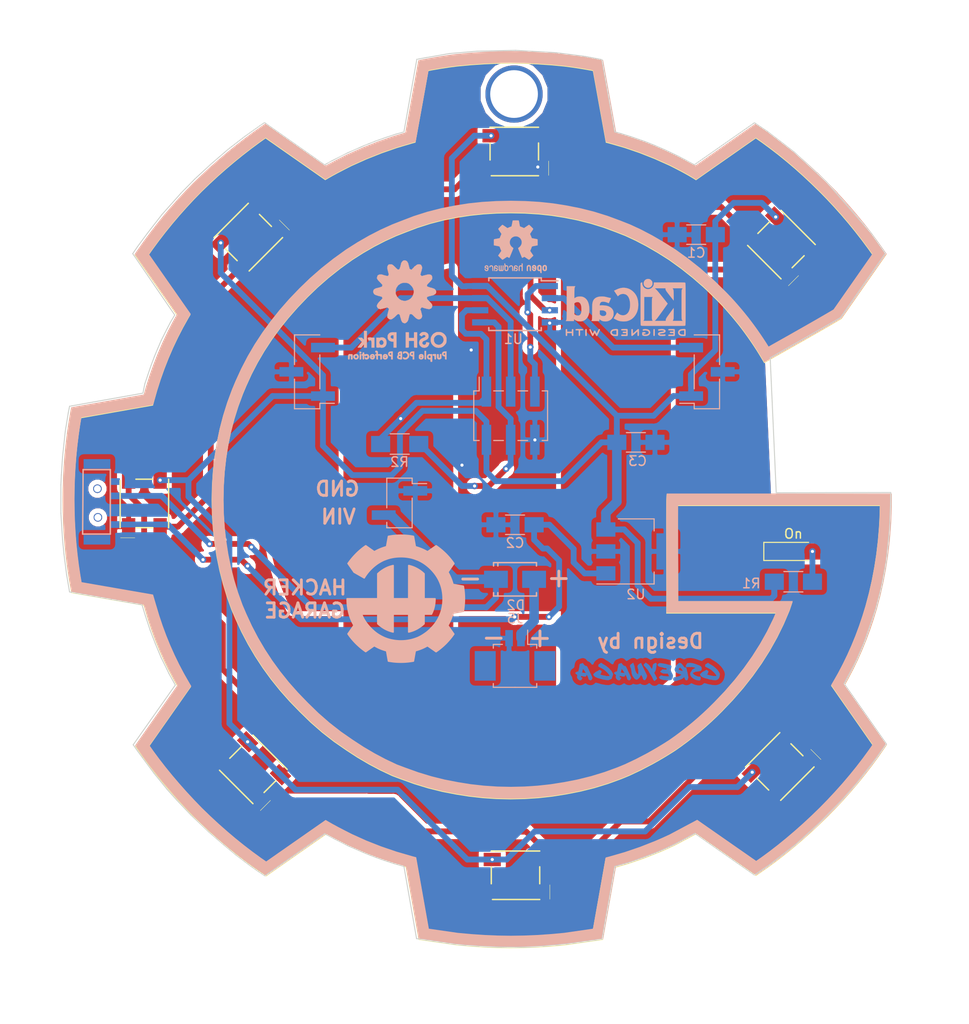
<source format=kicad_pcb>
(kicad_pcb (version 20171130) (host pcbnew 6.0.0-rc1-unknown-7b10490~66~ubuntu16.04.1)
  (layers (0 F.Cu signal) (31 B.Cu signal) (34 B.Paste user) (35 F.Paste user) (36 B.SilkS user) (37 F.SilkS user) (38 B.Mask user) (39 F.Mask user) (44 Edge.Cuts user))
  (net 0 "")
  (net 1 +5V)
  (net 2 GND)
  (net 3 VCC)
  (net 4 "Net-(D1-Pad2)")
  (net 5 VBAT)
  (net 6 3-A3)
  (net 7 SCK-2-A1)
  (net 8 MISO-1-PWM)
  (net 9 MOSI-0-PWM)
  (net 10 RESET)
  (net 11 4-A2)
  (net 12 "Net-(LED1-Pad4)")
  (net 13 "Net-(LED2-Pad4)")
  (net 14 "Net-(LED3-Pad4)")
  (net 15 "Net-(LED4-Pad4)")
  (net 16 "Net-(LED5-Pad4)")
  (net 17 "Net-(LED6-Pad4)")
  (net 18 "Net-(C2-Pad1)")
  (module PCBWay:MountingHole_3.5mm_Pad (layer F.Cu) (at 149.1488 54.9402)
    (fp_text reference MountinHoleBagde)
    (fp_text value MountingHole_5mm_Badge)
    (pad 1 thru_hole circle (at 0 0) (size 6 6) (drill 5) (layers *.Cu *.Mask))
  )
  (module PCBWay:DIODE-SMA (layer B.Cu) (at 149.2504 105.791)
    (fp_text reference D2)
    (fp_text value MBRA140 hide)
    (fp_text user %R (at 0.0762 2.7178) (layer B.SilkS) (effects (justify mirror)))
    (pad 2 smd rect (at 1.99898 0) (size 2.49936 1.80086) (layers B.Cu B.Paste B.Mask) (net 5 VBAT))
    (pad 1 smd rect (at -1.99898 0) (size 2.49936 1.80086) (layers B.Cu B.Paste B.Mask) (net 3 VCC))
  )
  (module PCBWay:C_1206_HandSoldering (layer B.Cu) (at 168.2496 69.6722 180)
    (fp_text reference C1 (at 0 -1.905 180) (layer B.SilkS) (effects (justify mirror)))
    (fp_text value 22nF)
    (pad 1 smd rect (at -2 0 180) (size 2 1.6) (layers B.Cu B.Paste B.Mask) (net 1 +5V))
    (pad 2 smd rect (at 2 0 180) (size 2 1.6) (layers B.Cu B.Paste B.Mask) (net 2 GND))
  )
  (module PCBWay:C_1206_HandSoldering (layer B.Cu) (at 149.2504 100.076 180)
    (fp_text reference C2 (at 0 -1.905 180) (layer B.SilkS) (effects (justify mirror)))
    (fp_text value 4.7uF)
    (pad 1 smd rect (at -2 0 180) (size 2 1.6) (layers B.Cu B.Paste B.Mask) (net 18 "Net-(C2-Pad1)"))
    (pad 2 smd rect (at 2 0 180) (size 2 1.6) (layers B.Cu B.Paste B.Mask) (net 2 GND))
  )
  (module PCBWay:C_1206_HandSoldering (layer B.Cu) (at 161.925 91.44)
    (fp_text reference C3 (at 0.1778 1.9558) (layer B.SilkS) (effects (justify mirror)))
    (fp_text value 4.7uF)
    (pad 2 smd rect (at 2 0) (size 2 1.6) (layers B.Cu B.Paste B.Mask) (net 2 GND))
    (pad 1 smd rect (at -2 0) (size 2 1.6) (layers B.Cu B.Paste B.Mask) (net 1 +5V))
  )
  (module PCBWay:H_CapSense (layer F.Cu) (at 144.399 97.7138)
    (fp_text reference CAP1 hide)
    (fp_text value HG_CAPSENSE_H hide)
    (fp_poly (pts (xy 21.112819 11.346745) (xy 21.112819 11.567035) (xy 21.112819 11.787335) (xy 21.112819 12.007625) (xy 21.112819 12.227915) (xy 21.112819 12.448205) (xy 21.112819 12.668505) (xy 21.112819 12.888795) (xy 21.112819 13.109085) (xy 21.112819 13.329385) (xy 21.112819 13.549675) (xy 21.112819 13.769965) (xy 21.112819 13.990255) (xy 21.112819 14.210555) (xy 21.112819 14.430845) (xy 21.112819 14.651135) (xy 21.112819 14.871435) (xy 21.112819 15.091725) (xy 21.112819 15.312015) (xy 21.112819 15.532305) (xy 21.112819 15.752605) (xy 21.112819 15.972895) (xy 21.112819 16.193185) (xy 21.112819 16.413475) (xy 21.112819 16.633775) (xy 21.112819 16.854065) (xy 21.112819 17.074355) (xy 21.112819 17.294655) (xy 21.112819 17.514945) (xy 21.112819 17.735235) (xy 21.112819 17.955525) (xy 21.112819 18.175825) (xy 21.112819 18.396115) (xy 21.000605 18.495715) (xy 20.888608 18.594415) (xy 20.776828 18.692315) (xy 20.665266 18.789315) (xy 20.553922 18.885415) (xy 20.442795 18.980615) (xy 20.331886 19.074915) (xy 20.221195 19.168415) (xy 20.110723 19.261015) (xy 20.000468 19.352715) (xy 19.890431 19.443515) (xy 19.780613 19.533515) (xy 19.671014 19.622615) (xy 19.561632 19.710815) (xy 19.45247 19.798115) (xy 19.343526 19.884615) (xy 19.234802 19.970215) (xy 19.126296 20.054915) (xy 19.018009 20.138715) (xy 18.909941 20.221615) (xy 18.802093 20.303715) (xy 18.694464 20.384915) (xy 18.587055 20.465215) (xy 18.479865 20.544615) (xy 18.372895 20.623115) (xy 18.266144 20.700815) (xy 18.159614 20.777615) (xy 18.053304 20.853515) (xy 17.947213 20.928515) (xy 17.841343 21.002615) (xy 17.735693 21.075915) (xy 17.630264 21.148315) (xy 17.409982 21.296125) (xy 17.188002 21.441205) (xy 16.964323 21.583535) (xy 16.738946 21.723125) (xy 16.51187 21.859965) (xy 16.283095 21.994075) (xy 16.052622 22.125435) (xy 15.820449 22.254065) (xy 15.586577 22.379945) (xy 15.351007 22.503085) (xy 15.113736 22.623475) (xy 14.874767 22.741135) (xy 14.634098 22.856055) (xy 14.391729 22.968225) (xy 14.14766 23.077655) (xy 13.901892 23.184345) (xy 13.654424 23.288295) (xy 13.405256 23.389505) (xy 13.154388 23.488005) (xy 12.901819 23.583705) (xy 12.64755 23.676705) (xy 12.391581 23.766905) (xy 12.133911 23.854405) (xy 11.874541 23.939205) (xy 11.61347 24.021205) (xy 11.350697 24.100505) (xy 11.086225 24.177005) (xy 10.820051 24.250805) (xy 10.552175 24.321905) (xy 10.282599 24.390205) (xy 10.011321 24.455805) (xy 9.738342 24.518605) (xy 9.738342 24.106965) (xy 9.738342 23.695325) (xy 9.738342 23.283685) (xy 9.738342 22.872045) (xy 9.738342 22.460405) (xy 9.738342 22.048765) (xy 9.738342 21.637125) (xy 9.738342 21.225485) (xy 9.738342 20.813835) (xy 9.738342 20.402195) (xy 9.738342 19.990555) (xy 9.738342 19.578915) (xy 9.738342 19.167275) (xy 9.738342 18.755635) (xy 9.738342 18.343995) (xy 9.738342 17.932355) (xy 9.738342 17.520715) (xy 9.738342 17.109075) (xy 9.738342 16.697435) (xy 9.738342 16.285795) (xy 9.738342 15.874155) (xy 9.738342 15.462515) (xy 9.738342 15.050875) (xy 9.738342 14.639235) (xy 9.738342 14.227585) (xy 9.738342 13.815945) (xy 9.738342 13.404305) (xy 9.738342 12.992665) (xy 9.738342 12.581025) (xy 9.738342 12.169385) (xy 9.738342 11.757745) (xy 9.738342 11.346105) (xy 9.381134 11.346105) (xy 9.023926 11.346105) (xy 8.666718 11.346105) (xy 8.309511 11.346105) (xy 7.952303 11.346105) (xy 7.595095 11.346105) (xy 7.237887 11.346105) (xy 6.880679 11.346105) (xy 6.523471 11.346105) (xy 6.166264 11.346105) (xy 5.809056 11.346105) (xy 5.451848 11.346105) (xy 5.09464 11.346105) (xy 4.737432 11.346105) (xy 4.380224 11.346105) (xy 4.023016 11.346105) (xy 3.665809 11.346105) (xy 3.308601 11.346105) (xy 2.951393 11.346105) (xy 2.594185 11.346105) (xy 2.236977 11.346105) (xy 1.879769 11.346105) (xy 1.522562 11.346105) (xy 1.165354 11.346105) (xy 0.808146 11.346105) (xy 0.450938 11.346105) (xy 0.09373 11.346105) (xy -0.263478 11.346105) (xy -0.620685 11.346105) (xy -0.977893 11.346105) (xy -1.335101 11.346105) (xy -1.692309 11.346105) (xy -1.692309 11.757725) (xy -1.692309 12.169355) (xy -1.692309 12.580975) (xy -1.692309 12.992595) (xy -1.692309 13.404215) (xy -1.692309 13.815845) (xy -1.692309 14.227465) (xy -1.692309 14.639085) (xy -1.692309 15.050715) (xy -1.692309 15.462335) (xy -1.692309 15.873955) (xy -1.692309 16.285575) (xy -1.692309 16.697205) (xy -1.692309 17.108825) (xy -1.692309 17.520445) (xy -1.692309 17.932075) (xy -1.692309 18.343695) (xy -1.692309 18.755315) (xy -1.692309 19.166935) (xy -1.692309 19.578565) (xy -1.692309 19.990185) (xy -1.692309 20.401805) (xy -1.692309 20.813425) (xy -1.692309 21.225055) (xy -1.692309 21.636675) (xy -1.692309 22.048295) (xy -1.692309 22.459925) (xy -1.692309 22.871545) (xy -1.692309 23.283165) (xy -1.692309 23.694785) (xy -1.692309 24.106415) (xy -1.692309 24.518035) (xy -1.965288 24.455235) (xy -2.236566 24.389635) (xy -2.506142 24.321335) (xy -2.774017 24.250235) (xy -3.040191 24.176435) (xy -3.304664 24.099935) (xy -3.567436 24.020635) (xy -3.828508 23.938635) (xy -4.087878 23.853835) (xy -4.345548 23.766335) (xy -4.601517 23.676135) (xy -4.855786 23.583135) (xy -5.108354 23.487435) (xy -5.359223 23.388935) (xy -5.608391 23.287725) (xy -5.855859 23.183785) (xy -6.101627 23.077085) (xy -6.345696 22.967655) (xy -6.588064 22.855485) (xy -6.828733 22.740575) (xy -7.067703 22.622915) (xy -7.304973 22.502515) (xy -7.540544 22.379375) (xy -7.774416 22.253495) (xy -8.006588 22.124875) (xy -8.237062 21.993505) (xy -8.465837 21.859405) (xy -8.692913 21.722555) (xy -8.91829 21.582965) (xy -9.141969 21.440635) (xy -9.363949 21.295555) (xy -9.584231 21.147745) (xy -9.691344 21.078745) (xy -9.798569 21.008745) (xy -9.905905 20.937645) (xy -10.013353 20.865545) (xy -10.120913 20.792445) (xy -10.228583 20.718245) (xy -10.336366 20.643045) (xy -10.444259 20.566745) (xy -10.552263 20.489445) (xy -10.660379 20.411045) (xy -10.768605 20.331645) (xy -10.876942 20.251245) (xy -10.98539 20.169745) (xy -11.093948 20.087245) (xy -11.202617 20.003645) (xy -11.311396 19.919045) (xy -11.420286 19.833345) (xy -11.529285 19.746645) (xy -11.638395 19.658945) (xy -11.747615 19.570145) (xy -11.856944 19.480345) (xy -11.966383 19.389445) (xy -12.075932 19.297545) (xy -12.18559 19.204645) (xy -12.295358 19.110645) (xy -12.405235 19.015645) (xy -12.515222 18.919545) (xy -12.625317 18.822445) (xy -12.735521 18.724245) (xy -12.845835 18.625045) (xy -12.956257 18.524815) (xy -13.066788 18.423545) (xy -13.066788 18.202375) (xy -13.066788 17.981205) (xy -13.066788 17.760035) (xy -13.066788 17.538865) (xy -13.066788 17.317695) (xy -13.066788 17.096525) (xy -13.066788 16.875355) (xy -13.066788 16.654185) (xy -13.066788 16.433015) (xy -13.066788 16.211845) (xy -13.066788 15.990675) (xy -13.066788 15.769505) (xy -13.066788 15.548335) (xy -13.066788 15.327165) (xy -13.066788 15.105995) (xy -13.066788 14.884815) (xy -13.066788 14.663645) (xy -13.066788 14.442475) (xy -13.066788 14.221305) (xy -13.066788 14.000135) (xy -13.066788 13.778965) (xy -13.066788 13.557795) (xy -13.066788 13.336625) (xy -13.066788 13.115455) (xy -13.066788 12.894285) (xy -13.066788 12.673115) (xy -13.066788 12.451945) (xy -13.066788 12.230775) (xy -13.066788 12.009605) (xy -13.066788 11.788435) (xy -13.066788 11.567265) (xy -13.066788 11.346095) (xy -13.236176 11.346095) (xy -13.405565 11.346095) (xy -13.574953 11.346095) (xy -13.744342 11.346095) (xy -13.91373 11.346095) (xy -14.083119 11.346095) (xy -14.252507 11.346095) (xy -14.421896 11.346095) (xy -14.591284 11.346095) (xy -14.760672 11.346095) (xy -14.930061 11.346095) (xy -15.099449 11.346095) (xy -15.268838 11.346095) (xy -15.438226 11.346095) (xy -15.607615 11.346095) (xy -15.777003 11.346095) (xy -15.946391 11.346095) (xy -16.11578 11.346095) (xy -16.285168 11.346095) (xy -16.454557 11.346095) (xy -16.623945 11.346095) (xy -16.793334 11.346095) (xy -16.962722 11.346095) (xy -17.132111 11.346095) (xy -17.301499 11.346095) (xy -17.470887 11.346095) (xy -17.640276 11.346095) (xy -17.809664 11.346095) (xy -17.979053 11.346095) (xy -18.148441 11.346095) (xy -18.31783 11.346095) (xy -18.487218 11.346095) (xy -18.575998 11.171935) (xy -18.663298 10.997005) (xy -18.749118 10.821315) (xy -18.833458 10.644855) (xy -18.916318 10.467625) (xy -18.997698 10.289635) (xy -19.077588 10.110865) (xy -19.155998 9.931335) (xy -19.232928 9.751045) (xy -19.308378 9.569975) (xy -19.382348 9.388145) (xy -19.454838 9.205535) (xy -19.525848 9.022165) (xy -19.595378 8.838035) (xy -19.663428 8.653125) (xy -19.729998 8.467445) (xy -19.795078 8.281005) (xy -19.858678 8.093795) (xy -19.920798 7.905815) (xy -19.981438 7.717065) (xy -20.040598 7.527545) (xy -20.098278 7.337255) (xy -20.154478 7.146195) (xy -20.209198 6.954375) (xy -20.262428 6.761775) (xy -20.314178 6.568415) (xy -20.364448 6.374275) (xy -20.413238 6.179375) (xy -20.460548 5.983695) (xy -20.506378 5.787255) (xy -20.550728 5.590035) (xy -20.593598 5.392055) (xy -20.626408 5.220105) (xy -20.658178 5.048315) (xy -20.688908 4.876695) (xy -20.718598 4.705245) (xy -20.747248 4.533955) (xy -20.774858 4.362835) (xy -20.801428 4.191885) (xy -20.826958 4.021095) (xy -20.851448 3.850475) (xy -20.874898 3.680025) (xy -20.897308 3.509735) (xy -20.918678 3.339615) (xy -20.938998 3.169655) (xy -20.958278 2.999865) (xy -20.976518 2.830245) (xy -20.993718 2.660775) (xy -21.009878 2.491485) (xy -21.024998 2.322345) (xy -21.039078 2.153375) (xy -21.052108 1.984575) (xy -21.064098 1.815935) (xy -21.075048 1.647455) (xy -21.084948 1.479135) (xy -21.093848 1.310985) (xy -21.101648 1.142995) (xy -21.108448 0.975175) (xy -21.114148 0.807505) (xy -21.118848 0.640005) (xy -21.122548 0.472665) (xy -21.125148 0.305485) (xy -21.126748 0.138475) (xy -21.12727 -0.028385) (xy -20.995621 -0.028385) (xy -20.863972 -0.028385) (xy -20.732323 -0.028385) (xy -20.600674 -0.028385) (xy -20.469025 -0.028385) (xy -20.337376 -0.028385) (xy -20.205727 -0.028385) (xy -20.074078 -0.028385) (xy -19.942429 -0.028385) (xy -19.81078 -0.028385) (xy -19.679131 -0.028385) (xy -19.547482 -0.028385) (xy -19.415833 -0.028385) (xy -19.284184 -0.028385) (xy -19.152535 -0.028385) (xy -19.020886 -0.028385) (xy -18.889236 -0.028385) (xy -18.757587 -0.028385) (xy -18.625938 -0.028385) (xy -18.494289 -0.028385) (xy -18.36264 -0.028385) (xy -18.230991 -0.028385) (xy -18.099342 -0.028385) (xy -17.967693 -0.028385) (xy -17.836044 -0.028385) (xy -17.704395 -0.028385) (xy -17.572746 -0.028385) (xy -17.441097 -0.028385) (xy -17.309448 -0.028385) (xy -17.177799 -0.028385) (xy -17.04615 -0.028385) (xy -16.914501 -0.028385) (xy -16.912701 -0.025385) (xy -16.910901 -0.022385) (xy -16.909101 -0.019385) (xy -16.907301 -0.016385) (xy -16.905501 -0.013385) (xy -16.903701 -0.010385) (xy -16.901901 -0.007385) (xy -16.900101 -0.004385) (xy -16.898301 -0.001385) (xy -16.896501 0.001615) (xy -16.894701 0.004615) (xy -16.892901 0.007615) (xy -16.891101 0.010615) (xy -16.889301 0.013615) (xy -16.887501 0.016615) (xy -16.885701 0.019615) (xy -16.883901 0.022615) (xy -16.882101 0.025615) (xy -16.880301 0.028615) (xy -16.878501 0.031615) (xy -16.876701 0.034615) (xy -16.874901 0.037615) (xy -16.873101 0.040615) (xy -16.871301 0.043615) (xy -16.869501 0.046615) (xy -16.867701 0.049615) (xy -16.865901 0.052615) (xy -16.864101 0.055615) (xy -16.862301 0.058615) (xy -16.860501 0.061615) (xy -16.858701 0.064615) (xy -16.856901 0.067615) (xy -16.855101 0.064615) (xy -16.853301 0.061615) (xy -16.851501 0.058615) (xy -16.849701 0.055615) (xy -16.847901 0.052615) (xy -16.846101 0.049615) (xy -16.844301 0.046615) (xy -16.842501 0.043615) (xy -16.840701 0.040615) (xy -16.838901 0.037615) (xy -16.837101 0.034615) (xy -16.835301 0.031615) (xy -16.833501 0.028615) (xy -16.831701 0.025615) (xy -16.829901 0.022615) (xy -16.828101 0.019615) (xy -16.826301 0.016615) (xy -16.824501 0.013615) (xy -16.822701 0.010615) (xy -16.820901 0.007615) (xy -16.819101 0.004615) (xy -16.817301 0.001615) (xy -16.815501 -0.001385) (xy -16.813701 -0.004385) (xy -16.811901 -0.007385) (xy -16.810101 -0.010385) (xy -16.808301 -0.013385) (xy -16.806501 -0.016385) (xy -16.804701 -0.019385) (xy -16.802901 -0.022385) (xy -16.801101 -0.025385) (xy -16.799301 -0.028385) (xy -16.682572 -0.028385) (xy -16.565843 -0.028385) (xy -16.449115 -0.028385) (xy -16.332386 -0.028385) (xy -16.215657 -0.028385) (xy -16.098928 -0.028385) (xy -15.982199 -0.028385) (xy -15.865471 -0.028385) (xy -15.748742 -0.028385) (xy -15.632013 -0.028385) (xy -15.515284 -0.028385) (xy -15.398555 -0.028385) (xy -15.281826 -0.028385) (xy -15.165098 -0.028385) (xy -15.048369 -0.028385) (xy -14.93164 -0.028385) (xy -14.814911 -0.028385) (xy -14.698182 -0.028385) (xy -14.581454 -0.028385) (xy -14.464725 -0.028385) (xy -14.347996 -0.028385) (xy -14.231267 -0.028385) (xy -14.114538 -0.028385) (xy -13.99781 -0.028385) (xy -13.881081 -0.028385) (xy -13.764352 -0.028385) (xy -13.647623 -0.028385) (xy -13.530894 -0.028385) (xy -13.414165 -0.028385) (xy -13.297437 -0.028385) (xy -13.180708 -0.028385) (xy -13.063979 -0.028385) (xy -13.063979 -0.603255) (xy -13.063979 -1.178115) (xy -13.063979 -1.752985) (xy -13.063979 -2.327855) (xy -13.063979 -2.902725) (xy -13.063979 -3.477585) (xy -13.063979 -4.052455) (xy -13.063979 -4.627325) (xy -13.063979 -5.202185) (xy -13.063979 -5.777055) (xy -13.063979 -6.351925) (xy -13.063979 -6.926795) (xy -13.063979 -7.501655) (xy -13.063979 -8.076525) (xy -13.063979 -8.651395) (xy -13.063979 -9.226265) (xy -13.063979 -9.801125) (xy -13.063979 -10.375995) (xy -13.063979 -10.950865) (xy -13.063979 -11.525725) (xy -13.063979 -12.100595) (xy -13.063979 -12.675465) (xy -13.063979 -13.250335) (xy -13.063979 -13.825195) (xy -13.063979 -14.400065) (xy -13.063979 -14.974935) (xy -13.063979 -15.549795) (xy -13.063979 -16.124665) (xy -13.063979 -16.699535) (xy -13.063979 -17.274405) (xy -13.063979 -17.849265) (xy -13.063979 -18.424135) (xy -12.960289 -18.522035) (xy -12.856381 -18.619135) (xy -12.752256 -18.715335) (xy -12.647914 -18.810735) (xy -12.543354 -18.905335) (xy -12.438576 -18.999135) (xy -12.33358 -19.092135) (xy -12.228367 -19.184235) (xy -12.122935 -19.275535) (xy -12.017285 -19.366035) (xy -11.911417 -19.455735) (xy -11.805331 -19.544535) (xy -11.699026 -19.632535) (xy -11.592503 -19.719735) (xy -11.485761 -19.806135) (xy -11.3788 -19.891635) (xy -11.27162 -19.976335) (xy -11.164222 -20.060235) (xy -11.056604 -20.143335) (xy -10.948767 -20.225635) (xy -10.840711 -20.307035) (xy -10.732435 -20.387635) (xy -10.62394 -20.467435) (xy -10.515226 -20.546435) (xy -10.406292 -20.624535) (xy -10.297138 -20.701835) (xy -10.187764 -20.778335) (xy -10.07817 -20.854035) (xy -9.968356 -20.928935) (xy -9.858321 -21.002935) (xy -9.748067 -21.076135) (xy -9.637592 -21.148535) (xy -9.407079 -21.299765) (xy -9.175471 -21.448035) (xy -8.942766 -21.593345) (xy -8.708966 -21.735685) (xy -8.47407 -21.875075) (xy -8.238077 -22.011495) (xy -8.000989 -22.144955) (xy -7.762804 -22.275445) (xy -7.523524 -22.402985) (xy -7.283148 -22.527555) (xy -7.041675 -22.649165) (xy -6.799107 -22.767815) (xy -6.555443 -22.883505) (xy -6.310682 -22.996225) (xy -6.064826 -23.105985) (xy -5.817874 -23.212785) (xy -5.569826 -23.316625) (xy -5.320681 -23.417505) (xy -5.070441 -23.515405) (xy -4.819105 -23.610305) (xy -4.566673 -23.702305) (xy -4.313145 -23.791305) (xy -4.058521 -23.877405) (xy -3.802801 -23.960505) (xy -3.545985 -24.040605) (xy -3.288073 -24.117805) (xy -3.029065 -24.192005) (xy -2.768961 -24.263205) (xy -2.507761 -24.331505) (xy -2.245465 -24.396805) (xy -1.982073 -24.459205) (xy -1.717585 -24.518605) (xy -1.716707 -23.753285) (xy -1.715829 -22.987965) (xy -1.714952 -22.222645) (xy -1.714074 -21.457325) (xy -1.713196 -20.692005) (xy -1.712318 -19.926685) (xy -1.71144 -19.161365) (xy -1.710563 -18.396045) (xy -1.709685 -17.630735) (xy -1.708807 -16.865415) (xy -1.707929 -16.100095) (xy -1.707051 -15.334775) (xy -1.706173 -14.569455) (xy -1.705296 -13.804135) (xy -1.704418 -13.038815) (xy -1.70354 -12.273495) (xy -1.702662 -11.508175) (xy -1.701784 -10.742855) (xy -1.700907 -9.977535) (xy -1.700029 -9.212215) (xy -1.699151 -8.446895) (xy -1.698273 -7.681575) (xy -1.697395 -6.916255) (xy -1.696518 -6.150935) (xy -1.69564 -5.385625) (xy -1.694762 -4.620305) (xy -1.693884 -3.854985) (xy -1.693006 -3.089665) (xy -1.692128 -2.324345) (xy -1.691251 -1.559025) (xy -1.690373 -0.793705) (xy -1.689495 -0.028385) (xy -1.332287 -0.028385) (xy -0.975079 -0.028385) (xy -0.617872 -0.028385) (xy -0.260664 -0.028385) (xy 0.096544 -0.028385) (xy 0.453752 -0.028385) (xy 0.810959 -0.028385) (xy 1.168167 -0.028385) (xy 1.525375 -0.028385) (xy 1.882583 -0.028385) (xy 2.239791 -0.028385) (xy 2.596998 -0.028385) (xy 2.954206 -0.028385) (xy 3.311414 -0.028385) (xy 3.668622 -0.028385) (xy 4.025829 -0.028385) (xy 4.383037 -0.028385) (xy 4.740245 -0.028385) (xy 5.097453 -0.028385) (xy 5.454661 -0.028385) (xy 5.811868 -0.028385) (xy 6.169076 -0.028385) (xy 6.526284 -0.028385) (xy 6.883492 -0.028385) (xy 7.2407 -0.028385) (xy 7.597907 -0.028385) (xy 7.955115 -0.028385) (xy 8.312323 -0.028385) (xy 8.669531 -0.028385) (xy 9.026738 -0.028385) (xy 9.383946 -0.028385) (xy 9.741154 -0.028385) (xy 9.741154 -0.792825) (xy 9.741154 -1.557265) (xy 9.741154 -2.321715) (xy 9.741154 -3.086155) (xy 9.741154 -3.850595) (xy 9.741154 -4.615035) (xy 9.741154 -5.379475) (xy 9.741154 -6.143915) (xy 9.741154 -6.908365) (xy 9.741154 -7.672805) (xy 9.741154 -8.437245) (xy 9.741154 -9.201685) (xy 9.741154 -9.966125) (xy 9.741154 -10.730575) (xy 9.741154 -11.495015) (xy 9.741154 -12.259455) (xy 9.741154 -13.023895) (xy 9.741154 -13.788335) (xy 9.741154 -14.552785) (xy 9.741154 -15.317225) (xy 9.741154 -16.081665) (xy 9.741154 -16.846105) (xy 9.741154 -17.610545) (xy 9.741154 -18.374995) (xy 9.741154 -19.139435) (xy 9.741154 -19.903875) (xy 9.741154 -20.668315) (xy 9.741154 -21.432755) (xy 9.741154 -22.197195) (xy 9.741154 -22.961645) (xy 9.741154 -23.726085) (xy 9.741154 -24.490525) (xy 10.003958 -24.434525) (xy 10.265775 -24.375425) (xy 10.526605 -24.313225) (xy 10.786447 -24.247925) (xy 11.045302 -24.179425) (xy 11.303169 -24.107825) (xy 11.560049 -24.033125) (xy 11.815942 -23.955225) (xy 12.070847 -23.874225) (xy 12.324765 -23.790125) (xy 12.577696 -23.702925) (xy 12.829639 -23.612525) (xy 13.080595 -23.519025) (xy 13.330564 -23.422425) (xy 13.579545 -23.322625) (xy 13.827539 -23.219745) (xy 14.074546 -23.113725) (xy 14.320565 -23.004585) (xy 14.565597 -22.892325) (xy 14.809641 -22.776935) (xy 15.052698 -22.658415) (xy 15.294768 -22.536765) (xy 15.535851 -22.411995) (xy 15.775946 -22.284105) (xy 16.015053 -22.153085) (xy 16.253174 -22.018935) (xy 16.490307 -21.881665) (xy 16.726452 -21.741275) (xy 16.96161 -21.597755) (xy 17.195781 -21.451115) (xy 17.428965 -21.301345) (xy 17.661161 -21.148455) (xy 17.780183 -21.070955) (xy 17.898491 -20.992955) (xy 18.016085 -20.914355) (xy 18.132964 -20.835255) (xy 18.24913 -20.755555) (xy 18.364581 -20.675355) (xy 18.479318 -20.594555) (xy 18.593341 -20.513255) (xy 18.706649 -20.431355) (xy 18.819244 -20.348955) (xy 18.931124 -20.265955) (xy 19.04229 -20.182455) (xy 19.152742 -20.098355) (xy 19.26248 -20.013755) (xy 19.371503 -19.928555) (xy 19.479812 -19.842855) (xy 19.587407 -19.756555) (xy 19.694288 -19.669755) (xy 19.800455 -19.582355) (xy 19.905908 -19.494455) (xy 20.010646 -19.405955) (xy 20.11467 -19.316955) (xy 20.21798 -19.227355) (xy 20.320576 -19.137255) (xy 20.422457 -19.046555) (xy 20.523625 -18.955355) (xy 20.624078 -18.863555) (xy 20.723818 -18.771255) (xy 20.822838 -18.678355) (xy 20.921148 -18.584955) (xy 21.018748 -18.490955) (xy 21.115628 -18.396455) (xy 21.115628 -17.822465) (xy 21.115628 -17.248475) (xy 21.115628 -16.674485) (xy 21.115628 -16.100495) (xy 21.115628 -15.526505) (xy 21.115628 -14.952515) (xy 21.115628 -14.378525) (xy 21.115628 -13.804535) (xy 21.115628 -13.230555) (xy 21.115628 -12.656565) (xy 21.115628 -12.082575) (xy 21.115628 -11.508585) (xy 21.115628 -10.934595) (xy 21.115628 -10.360605) (xy 21.115628 -9.786615) (xy 21.115628 -9.212625) (xy 21.115628 -8.638635) (xy 21.115628 -8.064645) (xy 21.115628 -7.490655) (xy 21.115628 -6.916665) (xy 21.115628 -6.342675) (xy 21.115628 -5.768685) (xy 21.115628 -5.194695) (xy 21.115628 -4.620705) (xy 21.115628 -4.046725) (xy 21.115628 -3.472735) (xy 21.115628 -2.898745) (xy 21.115628 -2.324755) (xy 21.115628 -1.750765) (xy 21.115628 -1.176775) (xy 21.115628 -0.602785) (xy 21.115628 -0.028795) (xy 21.108628 0.308035) (xy 21.102828 0.659105) (xy 21.098128 1.023105) (xy 21.094428 1.398735) (xy 21.091728 1.784695) (xy 21.089928 2.179675) (xy 21.088928 2.582375) (xy 21.088626 2.991495) (xy 21.08899 3.405725) (xy 21.089945 3.823765) (xy 21.091445 4.244315) (xy 21.093345 4.666065) (xy 21.095645 5.087705) (xy 21.098245 5.507955) (xy 21.101045 5.925485) (xy 21.104045 6.339015) (xy 21.107145 6.747225) (xy 21.110245 7.148815) (xy 21.113345 7.542485) (xy 21.116245 7.926935) (xy 21.118945 8.300845) (xy 21.121445 8.662935) (xy 21.123545 9.011885) (xy 21.125245 9.346395) (xy 21.126445 9.665155) (xy 21.127123 9.966885) (xy 21.127174 10.250255) (xy 21.126526 10.513975) (xy 21.125126 10.756735) (xy 21.122826 10.977245) (xy 21.119626 11.174185) (xy 21.115426 11.346255) (xy 21.112819 11.346745)) (layer F.Cu) (width 0.148617))
  )
  (module PCBWay:LED_1206_HandSoldering (layer F.Cu) (at 178.435 102.87)
    (fp_text reference On (at 0 -1.85) (layer F.SilkS))
    (fp_text value ON)
    (pad 1 smd rect (at -2 0) (size 2 1.7) (layers F.Cu F.Paste F.Mask) (net 2 GND))
    (pad 2 smd rect (at 2 0) (size 2 1.7) (layers F.Cu F.Paste F.Mask) (net 4 "Net-(D1-Pad2)"))
  )
  (module PCBWay:Pin_Header_Straight_1x03_Pitch2.54mm_SMD_Pin1Left (layer B.Cu) (at 169.3672 84.0486)
    (fp_text reference J1 hide)
    (fp_text value CONN_01X03)
    (pad 1 smd rect (at -1.655 2.54) (size 2.51 1) (layers B.Cu B.Paste B.Mask) (net 1 +5V))
    (pad 3 smd rect (at -1.655 -2.54) (size 2.51 1) (layers B.Cu B.Paste B.Mask) (net 6 3-A3))
    (pad 2 smd rect (at 1.655 0) (size 2.51 1) (layers B.Cu B.Paste B.Mask) (net 2 GND))
  )
  (module PCBWay:Pin_Header_Straight_1x03_Pitch2.54mm_SMD_Pin1Right (layer B.Cu) (at 127.4572 84.0486)
    (fp_text reference J2 hide)
    (fp_text value CONN_01X03)
    (pad 2 smd rect (at -1.655 0) (size 2.51 1) (layers B.Cu B.Paste B.Mask) (net 2 GND))
    (pad 1 smd rect (at 1.655 2.54) (size 2.51 1) (layers B.Cu B.Paste B.Mask) (net 1 +5V))
    (pad 3 smd rect (at 1.655 -2.54) (size 2.51 1) (layers B.Cu B.Paste B.Mask) (net 7 SCK-2-A1))
  )
  (module PCBWay:Pin_Header_Straight_2x03_Pitch2.54mm_SMD (layer B.Cu) (at 148.7932 88.646 270)
    (fp_text reference J3 hide)
    (fp_text value CONN_02X03)
    (pad 1 smd rect (at -2.525 2.54 270) (size 3.15 1) (layers B.Cu B.Paste B.Mask) (net 8 MISO-1-PWM))
    (pad 2 smd rect (at 2.525 2.54 270) (size 3.15 1) (layers B.Cu B.Paste B.Mask) (net 1 +5V))
    (pad 3 smd rect (at -2.525 0 270) (size 3.15 1) (layers B.Cu B.Paste B.Mask) (net 7 SCK-2-A1))
    (pad 4 smd rect (at 2.525 0 270) (size 3.15 1) (layers B.Cu B.Paste B.Mask) (net 9 MOSI-0-PWM))
    (pad 5 smd rect (at -2.525 -2.54 270) (size 3.15 1) (layers B.Cu B.Paste B.Mask) (net 10 RESET))
    (pad 6 smd rect (at 2.525 -2.54 270) (size 3.15 1) (layers B.Cu B.Paste B.Mask) (net 2 GND))
  )
  (module PCBWay:Pin_Header_Straight_1x02_Pitch2.54mm_SMD_Pin1Left (layer B.Cu) (at 137.1346 97.79 180)
    (fp_text reference J4 hide)
    (fp_text value CONN_01X02)
    (pad 1 smd rect (at -1.655 1.27 180) (size 2.51 1) (layers B.Cu B.Paste B.Mask) (net 2 GND))
    (pad 2 smd rect (at 1.655 -1.27 180) (size 2.51 1) (layers B.Cu B.Paste B.Mask) (net 3 VCC))
  )
  (module PCBWay:Molex_PicoBlade_53261-0271_02x1.25mm_Angled (layer B.Cu) (at 149.2504 113.411 180)
    (fp_text reference J5 (at 0 3.5 180) (layer B.SilkS) (effects (justify mirror)))
    (fp_text value CONN_01X02)
    (pad 1 smd rect (at -0.625 1.45 180) (size 0.8 1.7) (layers B.Cu B.Paste B.Mask) (net 5 VBAT))
    (pad 2 smd rect (at 0.625 1.45 180) (size 0.8 1.7) (layers B.Cu B.Paste B.Mask) (net 2 GND))
    (pad "" smd rect (at -3.125 -1.45 180) (size 2.2 3.1) (layers B.Cu B.Paste B.Mask))
    (pad "" smd rect (at 3.125 -1.45 180) (size 2.2 3.1) (layers B.Cu B.Paste B.Mask))
  )
  (module PCBWay:WS2812B (layer F.Cu) (at 177.1396 70.7136 315)
    (fp_text reference LED1)
    (fp_text value WS2812B hide)
    (pad 1 smd rect (at 2.4384 1.651 315) (size 1.8 1.4) (layers F.Cu F.Paste F.Mask) (net 2 GND))
    (pad 2 smd rect (at 2.4384 -1.651 315) (size 1.8 1.4) (layers F.Cu F.Paste F.Mask) (net 11 4-A2))
    (pad 3 smd rect (at -2.4384 -1.651 315) (size 1.8 1.4) (layers F.Cu F.Paste F.Mask) (net 1 +5V))
    (pad 4 smd rect (at -2.4384 1.651 315) (size 1.8 1.4) (layers F.Cu F.Paste F.Mask) (net 12 "Net-(LED1-Pad4)"))
  )
  (module PCBWay:WS2812B (layer F.Cu) (at 149.1742 60.96)
    (fp_text reference LED2)
    (fp_text value WS2812B hide)
    (pad 4 smd rect (at -2.4384 1.651) (size 1.8 1.4) (layers F.Cu F.Paste F.Mask) (net 13 "Net-(LED2-Pad4)"))
    (pad 3 smd rect (at -2.4384 -1.651) (size 1.8 1.4) (layers F.Cu F.Paste F.Mask) (net 1 +5V))
    (pad 2 smd rect (at 2.4384 -1.651) (size 1.8 1.4) (layers F.Cu F.Paste F.Mask) (net 12 "Net-(LED1-Pad4)"))
    (pad 1 smd rect (at 2.4384 1.651) (size 1.8 1.4) (layers F.Cu F.Paste F.Mask) (net 2 GND))
  )
  (module PCBWay:WS2812B (layer F.Cu) (at 121.285 69.977 45)
    (fp_text reference LED3)
    (fp_text value WS2812B hide)
    (pad 4 smd rect (at -2.4384 1.651 45) (size 1.8 1.4) (layers F.Cu F.Paste F.Mask) (net 14 "Net-(LED3-Pad4)"))
    (pad 3 smd rect (at -2.4384 -1.651 45) (size 1.8 1.4) (layers F.Cu F.Paste F.Mask) (net 1 +5V))
    (pad 2 smd rect (at 2.4384 -1.651 45) (size 1.8 1.4) (layers F.Cu F.Paste F.Mask) (net 13 "Net-(LED2-Pad4)"))
    (pad 1 smd rect (at 2.4384 1.651 45) (size 1.8 1.4) (layers F.Cu F.Paste F.Mask) (net 2 GND))
  )
  (module PCBWay:WS2812B (layer F.Cu) (at 110.3884 97.8408 270)
    (fp_text reference LED4)
    (fp_text value WS2812B hide)
    (pad 4 smd rect (at -2.4384 1.651 270) (size 1.8 1.4) (layers F.Cu F.Paste F.Mask) (net 15 "Net-(LED4-Pad4)"))
    (pad 3 smd rect (at -2.4384 -1.651 270) (size 1.8 1.4) (layers F.Cu F.Paste F.Mask) (net 1 +5V))
    (pad 2 smd rect (at 2.4384 -1.651 270) (size 1.8 1.4) (layers F.Cu F.Paste F.Mask) (net 14 "Net-(LED3-Pad4)"))
    (pad 1 smd rect (at 2.4384 1.651 270) (size 1.8 1.4) (layers F.Cu F.Paste F.Mask) (net 2 GND))
  )
  (module PCBWay:WS2812B (layer F.Cu) (at 121.769624 125.708558 315)
    (fp_text reference LED5)
    (fp_text value WS2812B hide)
    (pad 1 smd rect (at 2.4384 1.651 315) (size 1.8 1.4) (layers F.Cu F.Paste F.Mask) (net 2 GND))
    (pad 2 smd rect (at 2.4384 -1.651 315) (size 1.8 1.4) (layers F.Cu F.Paste F.Mask) (net 15 "Net-(LED4-Pad4)"))
    (pad 3 smd rect (at -2.4384 -1.651 315) (size 1.8 1.4) (layers F.Cu F.Paste F.Mask) (net 1 +5V))
    (pad 4 smd rect (at -2.4384 1.651 315) (size 1.8 1.4) (layers F.Cu F.Paste F.Mask) (net 16 "Net-(LED5-Pad4)"))
  )
  (module PCBWay:WS2812B (layer F.Cu) (at 149.3012 136.8044)
    (fp_text reference LED6)
    (fp_text value WS2812B hide)
    (pad 4 smd rect (at -2.4384 1.651) (size 1.8 1.4) (layers F.Cu F.Paste F.Mask) (net 17 "Net-(LED6-Pad4)"))
    (pad 3 smd rect (at -2.4384 -1.651) (size 1.8 1.4) (layers F.Cu F.Paste F.Mask) (net 1 +5V))
    (pad 2 smd rect (at 2.4384 -1.651) (size 1.8 1.4) (layers F.Cu F.Paste F.Mask) (net 16 "Net-(LED5-Pad4)"))
    (pad 1 smd rect (at 2.4384 1.651) (size 1.8 1.4) (layers F.Cu F.Paste F.Mask) (net 2 GND))
  )
  (module PCBWay:WS2812B (layer F.Cu) (at 177.0126 125.4506 45)
    (fp_text reference LED7)
    (fp_text value WS2812B hide)
    (pad 1 smd rect (at 2.4384 1.651 45) (size 1.8 1.4) (layers F.Cu F.Paste F.Mask) (net 2 GND))
    (pad 2 smd rect (at 2.4384 -1.651 45) (size 1.8 1.4) (layers F.Cu F.Paste F.Mask) (net 17 "Net-(LED6-Pad4)"))
    (pad 3 smd rect (at -2.4384 -1.651 45) (size 1.8 1.4) (layers F.Cu F.Paste F.Mask) (net 1 +5V))
    (pad 4 smd rect (at -2.4384 1.651 45) (size 1.8 1.4) (layers F.Cu F.Paste F.Mask))
  )
  (module PCBWay:R_1206_HandSoldering (layer B.Cu) (at 178.435 106.045)
    (fp_text reference R1 (at -4.4196 0.1778) (layer B.SilkS) (effects (justify mirror)))
    (fp_text value 1k)
    (pad 1 smd rect (at -2 0) (size 2 1.7) (layers B.Cu B.Paste B.Mask) (net 1 +5V))
    (pad 2 smd rect (at 2 0) (size 2 1.7) (layers B.Cu B.Paste B.Mask) (net 4 "Net-(D1-Pad2)"))
  )
  (module PCBWay:R_1206_HandSoldering (layer B.Cu) (at 137.16 91.6178 180)
    (fp_text reference R2 (at 0.0254 -1.8796 180) (layer B.SilkS) (effects (justify mirror)))
    (fp_text value "1M Ohms")
    (pad 2 smd rect (at 2 0 180) (size 2 1.7) (layers B.Cu B.Paste B.Mask) (net 8 MISO-1-PWM))
    (pad 1 smd rect (at -2 0 180) (size 2 1.7) (layers B.Cu B.Paste B.Mask) (net 9 MOSI-0-PWM))
  )
  (module PCBWay:SOIJ-8_5.3x5.3mm_Pitch1.27mm (layer B.Cu) (at 149.2504 76.962 180)
    (fp_text reference U1 (at 0.1778 -3.6576 180) (layer B.SilkS) (effects (justify mirror)))
    (fp_text value ATTINY85-20SU)
    (pad 8 smd rect (at 3.65 1.905 180) (size 1.7 0.65) (layers B.Cu B.Paste B.Mask) (net 1 +5V))
    (pad 7 smd rect (at 3.65 0.635 180) (size 1.7 0.65) (layers B.Cu B.Paste B.Mask) (net 7 SCK-2-A1))
    (pad 6 smd rect (at 3.65 -0.635 180) (size 1.7 0.65) (layers B.Cu B.Paste B.Mask) (net 8 MISO-1-PWM))
    (pad 5 smd rect (at 3.65 -1.905 180) (size 1.7 0.65) (layers B.Cu B.Paste B.Mask) (net 9 MOSI-0-PWM))
    (pad 4 smd rect (at -3.65 -1.905 180) (size 1.7 0.65) (layers B.Cu B.Paste B.Mask) (net 2 GND))
    (pad 3 smd rect (at -3.65 -0.635 180) (size 1.7 0.65) (layers B.Cu B.Paste B.Mask) (net 11 4-A2))
    (pad 2 smd rect (at -3.65 0.635 180) (size 1.7 0.65) (layers B.Cu B.Paste B.Mask) (net 6 3-A3))
    (pad 1 smd rect (at -3.65 1.905 180) (size 1.7 0.65) (layers B.Cu B.Paste B.Mask) (net 10 RESET))
  )
  (module PCBWay:SOT-223-3Lead_TabPin2 (layer B.Cu) (at 161.925 102.87)
    (fp_text reference U2 (at 0 4.5) (layer B.SilkS) (effects (justify mirror)))
    (fp_text value LM340MP-5.0/NOPB)
    (pad 2 smd rect (at 3.15 0) (size 2 3.8) (layers B.Cu B.Paste B.Mask) (net 2 GND))
    (pad 2 smd rect (at -3.15 0) (size 2 1.5) (layers B.Cu B.Paste B.Mask) (net 2 GND))
    (pad 3 smd rect (at -3.15 -2.3) (size 2 1.5) (layers B.Cu B.Paste B.Mask) (net 1 +5V))
    (pad 1 smd rect (at -3.15 2.3) (size 2 1.5) (layers B.Cu B.Paste B.Mask) (net 18 "Net-(C2-Pad1)"))
  )
  (module PCBWay:FirmaCuMask (layer B.Cu) (at 163.1442 115.4938 180)
    (fp_text reference svg2mod hide)
    (fp_text value G*** hide)
    (fp_poly (pts (xy 7.387873 -0.60938) (xy 6.539203 -0.101327) (xy 6.697799 -0.08958) (xy 6.859331 -0.063146) (xy 6.815275 0.118945) (xy 6.765349 0.309847) (xy 6.747726 0.280478) (xy 6.633185 0.142442) (xy 6.54214 -0.00147) (xy 6.506895 -0.054337) (xy 6.474591 -0.107205) (xy 6.506895 -0.104282) (xy 6.539205 -0.101359) (xy 6.539203 -0.101327) (xy 7.387873 -0.60938) (xy 7.335006 -0.712174) (xy 7.255707 -0.803219) (xy 7.155851 -0.867832) (xy 7.038372 -0.897201) (xy 6.985505 -0.876644) (xy 6.959071 -0.859021) (xy 6.941449 -0.85021) (xy 6.929703 -0.841399) (xy 6.894458 -0.826711) (xy 6.906204 -0.788531) (xy 6.903281 -0.753286) (xy 6.868036 -0.715106) (xy 6.850414 -0.697484) (xy 6.835726 -0.679861) (xy 6.7858 -0.624059) (xy 6.865097 -0.603501) (xy 6.962017 -0.550634) (xy 6.982575 -0.441966) (xy 6.882718 -0.439044) (xy 6.803421 -0.459601) (xy 6.694753 -0.486035) (xy 6.577274 -0.494846) (xy 6.533218 -0.494846) (xy 6.489162 -0.489) (xy 6.459793 -0.483155) (xy 6.448047 -0.44791) (xy 6.436301 -0.436163) (xy 6.403991 -0.397983) (xy 6.398145 -0.33337) (xy 6.380522 -0.280503) (xy 6.354089 -0.353927) (xy 6.342342 -0.383296) (xy 6.312974 -0.389142) (xy 6.304162 -0.403829) (xy 6.30124 -0.418516) (xy 6.286552 -0.468443) (xy 6.274806 -0.480189) (xy 6.26306 -0.489) (xy 6.248372 -0.541868) (xy 6.23075 -0.591794) (xy 6.204316 -0.668155) (xy 6.19847 -0.738641) (xy 6.186724 -0.770951) (xy 6.154414 -0.80032) (xy 6.119169 -0.817943) (xy 6.101547 -0.829689) (xy 6.086859 -0.835535) (xy 6.078048 -0.867838) (xy 6.042803 -0.873684) (xy 5.995812 -0.882495) (xy 5.966443 -0.885418) (xy 5.937074 -0.882495) (xy 5.887148 -0.84138) (xy 5.846033 -0.80907) (xy 5.816664 -0.756203) (xy 5.810818 -0.723899) (xy 5.804973 -0.69453) (xy 5.796161 -0.676908) (xy 5.757981 -0.641663) (xy 5.790291 -0.615229) (xy 5.793214 -0.565303) (xy 5.916566 -0.277481) (xy 6.054603 0.004467) (xy 6.09866 0.098449) (xy 6.145651 0.192432) (xy 6.142728 0.212989) (xy 6.148574 0.239423) (xy 6.201441 0.327532) (xy 6.242556 0.409767) (xy 6.289548 0.506687) (xy 6.354161 0.603606) (xy 6.401152 0.624164) (xy 6.421709 0.630009) (xy 6.448143 0.635855) (xy 6.492199 0.630009) (xy 6.63611 0.73574) (xy 6.762399 0.903147) (xy 6.791768 0.944262) (xy 6.829948 0.920769) (xy 6.871063 0.903147) (xy 6.926866 0.888459) (xy 7.026722 0.862026) (xy 7.103083 0.817969) (xy 7.123641 0.747483) (xy 7.132452 0.700491) (xy 7.147139 0.600635) (xy 7.158885 0.489031) (xy 7.182384 0.389174) (xy 7.202942 0.292255) (xy 7.23231 0.154217) (xy 7.27049 0.030865) (xy 7.299859 0.027942) (xy 7.329228 0.036754) (xy 7.367408 0.042599) (xy 7.399712 0.045522) (xy 7.411458 0.016153) (xy 7.440827 -0.013215) (xy 7.496629 -0.030838) (xy 7.528939 -0.057272) (xy 7.552432 -0.074894) (xy 7.596488 -0.092516) (xy 7.572995 -0.136573) (xy 7.487824 -0.239366) (xy 7.367408 -0.318664) (xy 7.370331 -0.353909) (xy 7.379142 -0.386213) (xy 7.39383 -0.489006) (xy 7.39383 -0.597674) (xy 7.387984 -0.60942) (xy 7.387873 -0.60938)) (layer B.Cu) (width 0))
    (fp_poly (pts (xy 5.68688 -0.327432) (xy 5.501851 -0.524208) (xy 5.249273 -0.63875) (xy 4.958514 -0.718047) (xy 4.667755 -0.809093) (xy 4.594331 -0.812016) (xy 4.535593 -0.820827) (xy 4.482726 -0.829638) (xy 4.423989 -0.835484) (xy 4.409301 -0.84133) (xy 4.40049 -0.853076) (xy 4.309444 -0.861887) (xy 4.244831 -0.861887) (xy 4.171407 -0.870699) (xy 4.106794 -0.87951) (xy 3.760233 -0.723851) (xy 3.622196 -0.318551) (xy 3.61635 -0.300928) (xy 3.604604 -0.292117) (xy 3.610449 -0.242191) (xy 3.613372 -0.189323) (xy 3.786653 0.110246) (xy 4.018672 0.356951) (xy 4.053917 0.392196) (xy 4.080351 0.427441) (xy 4.112655 0.45681) (xy 4.156711 0.477367) (xy 4.303559 0.606593) (xy 4.482713 0.718198) (xy 4.667742 0.826865) (xy 4.838085 0.950218) (xy 4.885076 0.941407) (xy 4.91738 0.941407) (xy 4.973183 0.879731) (xy 5.046606 0.841551) (xy 5.117093 0.797495) (xy 5.167019 0.727008) (xy 5.149397 0.71232) (xy 5.158208 0.685887) (xy 5.161131 0.659453) (xy 5.140574 0.647707) (xy 5.158196 0.630084) (xy 5.175819 0.615397) (xy 5.167007 0.591904) (xy 5.167007 0.562535) (xy 5.034844 0.489112) (xy 4.88506 0.41275) (xy 4.723527 0.327579) (xy 4.561994 0.224786) (xy 4.400462 0.092622) (xy 4.241866 -0.057163) (xy 4.097955 -0.221632) (xy 3.983414 -0.386102) (xy 3.99516 -0.409594) (xy 4.009848 -0.430152) (xy 4.183128 -0.430152) (xy 4.347597 -0.438963) (xy 4.359344 -0.421341) (xy 4.374025 -0.403718) (xy 4.685343 -0.350851) (xy 4.979039 -0.271553) (xy 4.934982 -0.256865) (xy 4.899738 -0.242184) (xy 4.899738 -0.218691) (xy 4.929106 -0.195193) (xy 4.861556 -0.136455) (xy 4.832188 -0.042472) (xy 4.84981 -0.007227) (xy 4.832188 0.025083) (xy 4.817506 0.025083) (xy 4.81166 0.016272) (xy 4.808738 0.004525) (xy 4.79405 0.007448) (xy 4.805796 0.051504) (xy 4.823419 0.092619) (xy 5.026069 0.227719) (xy 5.105367 0.174852) (xy 5.202286 0.119049) (xy 5.308017 0.063247) (xy 5.410811 0.01038) (xy 5.484234 -0.036612) (xy 5.545911 -0.098288) (xy 5.604648 -0.157025) (xy 5.678073 -0.206952) (xy 5.680995 -0.268628) (xy 5.686841 -0.327366) (xy 5.68688 -0.327432)) (layer B.Cu) (width 0))
    (fp_poly (pts (xy 3.33185 -0.60938) (xy 2.483169 -0.101327) (xy 2.641765 -0.08958) (xy 2.803298 -0.063146) (xy 2.759242 0.118945) (xy 2.709315 0.309847) (xy 2.691693 0.280478) (xy 2.577152 0.142442) (xy 2.486106 -0.00147) (xy 2.450861 -0.054337) (xy 2.418551 -0.107205) (xy 2.450861 -0.104282) (xy 2.483165 -0.101359) (xy 2.483169 -0.101327) (xy 3.33185 -0.60938) (xy 3.278983 -0.712174) (xy 3.199685 -0.803219) (xy 3.099828 -0.867832) (xy 2.98235 -0.897201) (xy 2.929483 -0.876644) (xy 2.903049 -0.859021) (xy 2.885426 -0.85021) (xy 2.87368 -0.841399) (xy 2.838435 -0.826711) (xy 2.850181 -0.788531) (xy 2.847259 -0.753286) (xy 2.812014 -0.715106) (xy 2.794391 -0.697484) (xy 2.779704 -0.679861) (xy 2.729777 -0.624059) (xy 2.809075 -0.603501) (xy 2.905995 -0.550634) (xy 2.926552 -0.441966) (xy 2.826696 -0.439044) (xy 2.747397 -0.459601) (xy 2.63873 -0.486035) (xy 2.521252 -0.494846) (xy 2.477196 -0.494846) (xy 2.433139 -0.489) (xy 2.403771 -0.483155) (xy 2.392024 -0.44791) (xy 2.380278 -0.436163) (xy 2.347968 -0.397983) (xy 2.342122 -0.33337) (xy 2.3245 -0.280503) (xy 2.298066 -0.353927) (xy 2.28632 -0.383296) (xy 2.256951 -0.389142) (xy 2.24814 -0.403829) (xy 2.245217 -0.418516) (xy 2.23053 -0.468443) (xy 2.218783 -0.480189) (xy 2.207037 -0.489) (xy 2.19235 -0.541868) (xy 2.174727 -0.591794) (xy 2.148293 -0.668155) (xy 2.142448 -0.738641) (xy 2.130701 -0.770951) (xy 2.098398 -0.80032) (xy 2.063153 -0.817943) (xy 2.04553 -0.829689) (xy 2.030843 -0.835535) (xy 2.022032 -0.867838) (xy 1.986787 -0.873684) (xy 1.939795 -0.882495) (xy 1.910427 -0.885418) (xy 1.881058 -0.882495) (xy 1.831132 -0.84138) (xy 1.790016 -0.80907) (xy 1.760648 -0.756203) (xy 1.754802 -0.723899) (xy 1.748956 -0.69453) (xy 1.740145 -0.676908) (xy 1.701965 -0.641663) (xy 1.734269 -0.615229) (xy 1.737192 -0.565303) (xy 1.860544 -0.277481) (xy 1.998581 0.004467) (xy 2.042637 0.098449) (xy 2.089628 0.192432) (xy 2.086706 0.212989) (xy 2.092551 0.239423) (xy 2.145419 0.327532) (xy 2.186534 0.409767) (xy 2.233525 0.506687) (xy 2.298138 0.603606) (xy 2.345129 0.624164) (xy 2.365687 0.630009) (xy 2.392121 0.635855) (xy 2.436177 0.630009) (xy 2.580088 0.73574) (xy 2.706377 0.903147) (xy 2.735746 0.944262) (xy 2.773926 0.920769) (xy 2.815041 0.903147) (xy 2.870844 0.888459) (xy 2.9707 0.862026) (xy 3.047061 0.817969) (xy 3.067619 0.747483) (xy 3.07643 0.700491) (xy 3.091117 0.600635) (xy 3.102864 0.489031) (xy 3.126356 0.389174) (xy 3.146914 0.292255) (xy 3.176282 0.154217) (xy 3.214462 0.030865) (xy 3.243831 0.027942) (xy 3.2732 0.036754) (xy 3.31138 0.042599) (xy 3.34369 0.045522) (xy 3.355436 0.016153) (xy 3.384805 -0.013215) (xy 3.440607 -0.030838) (xy 3.472911 -0.057272) (xy 3.49641 -0.074894) (xy 3.540466 -0.092516) (xy 3.516967 -0.136573) (xy 3.431796 -0.239366) (xy 3.311381 -0.318664) (xy 3.314303 -0.353909) (xy 3.323115 -0.386213) (xy 3.337796 -0.489006) (xy 3.337796 -0.597674) (xy 3.33195 -0.60942) (xy 3.33185 -0.60938)) (layer B.Cu) (width 0))
    (fp_poly (pts (xy 0.682714 -0.321558) (xy 0.644534 -0.353868) (xy 0.621042 -0.403794) (xy 0.600484 -0.453721) (xy 0.571115 -0.474278) (xy 0.553493 -0.515393) (xy 0.529994 -0.553573) (xy 0.512372 -0.594688) (xy 0.518217 -0.644615) (xy 0.488849 -0.694541) (xy 0.474161 -0.756217) (xy 0.450669 -0.806143) (xy 0.386056 -0.823766) (xy 0.383133 -0.838453) (xy 0.391944 -0.859011) (xy 0.342018 -0.861934) (xy 0.303838 -0.876615) (xy 0.209855 -0.814939) (xy 0.145242 -0.718019) (xy 0.095316 -0.606415) (xy 0.054201 -0.509496) (xy 0.057124 -0.447819) (xy 0.036566 -0.394952) (xy 0.072956 -0.317948) (xy 0.110174 -0.239661) (xy 0.148214 -0.160087) (xy 0.187082 -0.079229) (xy 0.226778 0.002914) (xy 0.267296 0.086342) (xy 0.308643 0.171055) (xy 0.350817 0.257053) (xy 0.393126 0.343555) (xy 0.434886 0.429783) (xy 0.476099 0.515735) (xy 0.516757 0.601411) (xy 0.556868 0.686812) (xy 0.596424 0.771938) (xy 0.635432 0.856789) (xy 0.673886 0.941364) (xy 0.806049 0.879688) (xy 0.926465 0.803327) (xy 1.020447 0.700533) (xy 1.070373 0.574245) (xy 1.055686 0.559557) (xy 1.04394 0.556634) (xy 1.055686 0.536077) (xy 1.055686 0.52433) (xy 1.055686 0.506708) (xy 1.064497 0.480274) (xy 1.046875 0.477351) (xy 1.029252 0.477351) (xy 1.035098 0.424484) (xy 1.023352 0.386304) (xy 1.008664 0.351059) (xy 1.011587 0.304068) (xy 0.9969 0.298222) (xy 0.991054 0.289411) (xy 0.982243 0.2806) (xy 0.970496 0.2806) (xy 0.976342 0.151373) (xy 0.970496 0.01921) (xy 0.973419 -0.118827) (xy 0.993977 -0.265675) (xy 1.161383 -0.107078) (xy 1.264177 0.110256) (xy 1.325853 0.368708) (xy 1.369909 0.650656) (xy 1.411024 0.715269) (xy 1.437458 0.794568) (xy 1.460951 0.879739) (xy 1.490319 0.959037) (xy 1.563744 0.929668) (xy 1.622481 0.882677) (xy 1.678284 0.835686) (xy 1.751707 0.809252) (xy 1.81632 0.712333) (xy 1.8545 0.612476) (xy 1.831008 0.559608) (xy 1.81632 0.500871) (xy 1.792828 0.445068) (xy 1.751713 0.403953) (xy 1.72822 0.262979) (xy 1.701787 0.139627) (xy 1.681229 0.010401) (xy 1.675383 -0.13351) (xy 1.625457 -0.277421) (xy 1.584342 -0.415458) (xy 1.510918 -0.506504) (xy 1.455115 -0.612234) (xy 1.440428 -0.61808) (xy 1.41987 -0.609269) (xy 1.41987 -0.626891) (xy 1.411059 -0.638637) (xy 1.405213 -0.650384) (xy 1.411059 -0.673882) (xy 1.337635 -0.723809) (xy 1.267148 -0.782546) (xy 1.179039 -0.817791) (xy 1.046876 -0.797233) (xy 0.832478 -0.594584) (xy 0.682693 -0.321446) (xy 0.682714 -0.321558)) (layer B.Cu) (width 0))
    (fp_poly (pts (xy -0.183688 -0.086602) (xy -0.218933 -0.130658) (xy -0.248302 -0.180584) (xy -0.280606 -0.242261) (xy -0.324662 -0.295128) (xy -0.354031 -0.365615) (xy -0.401022 -0.421417) (xy -0.539059 -0.676932) (xy -0.556681 -0.7298) (xy -0.583115 -0.776791) (xy -0.594861 -0.797349) (xy -0.603672 -0.812036) (xy -0.609518 -0.841405) (xy -0.641828 -0.88252) (xy -0.674132 -0.914824) (xy -0.694689 -0.938316) (xy -0.738746 -0.955939) (xy -1.000135 -0.726856) (xy -0.997212 -0.697487) (xy -0.988401 -0.668119) (xy -0.976655 -0.632874) (xy -0.950221 -0.550639) (xy -0.900295 -0.477215) (xy -0.873861 -0.412602) (xy -0.803374 -0.274565) (xy -0.738761 -0.162961) (xy -0.700581 -0.098348) (xy -0.771068 -0.013176) (xy -0.838618 0.127798) (xy -0.879733 0.248214) (xy -0.888545 0.312827) (xy -0.900291 0.368629) (xy -0.914978 0.433242) (xy -0.920824 0.500792) (xy -0.938447 0.541907) (xy -0.932601 0.571276) (xy -0.929678 0.624143) (xy -0.944365 0.69463) (xy -0.959053 0.759243) (xy -0.961976 0.82973) (xy -0.944353 0.894343) (xy -0.888551 0.950146) (xy -0.838624 0.953069) (xy -0.788698 0.9237) (xy -0.738772 0.897266) (xy -0.677096 0.867898) (xy -0.61542 0.829718) (xy -0.594862 0.788602) (xy -0.556682 0.756299) (xy -0.556682 0.723989) (xy -0.55376 0.691685) (xy -0.542013 0.644694) (xy -0.530267 0.609449) (xy -0.521456 0.530151) (xy -0.503833 0.462601) (xy -0.486211 0.395051) (xy -0.483288 0.31869) (xy -0.453919 0.339248) (xy -0.442173 0.348059) (xy -0.430427 0.35687) (xy -0.257146 0.591826) (xy -0.262992 0.621195) (xy -0.201316 0.679933) (xy -0.15726 0.723989) (xy -0.11908 0.768045) (xy -0.08677 0.791544) (xy 0.180493 0.973635) (xy 0.221608 0.979481) (xy 0.233354 0.941301) (xy 0.280346 0.882563) (xy 0.359644 0.832637) (xy 0.386077 0.815014) (xy 0.400765 0.770958) (xy 0.397842 0.744524) (xy 0.409588 0.715156) (xy 0.350851 0.612362) (xy 0.286238 0.553624) (xy 0.236311 0.509568) (xy 0.204008 0.462577) (xy 0.18345 0.439078) (xy 0.104152 0.345096) (xy 0.095341 0.309851) (xy 0.060096 0.309851) (xy 0.045408 0.298105) (xy 0.01604 0.248178) (xy -0.013329 0.209998) (xy -0.028017 0.195311) (xy -0.036828 0.171818) (xy -0.045639 0.148326) (xy -0.09263 0.089588) (xy -0.113188 0.048473) (xy -0.13668 0.001482) (xy -0.168984 -0.042574) (xy -0.183672 -0.086631) (xy -0.183688 -0.086602)) (layer B.Cu) (width 0))
    (fp_poly (pts (xy -1.053027 0.797423) (xy -1.053027 0.765113) (xy -1.05595 0.74749) (xy -1.05595 0.726933) (xy -1.050104 0.697564) (xy -1.194015 0.559527) (xy -1.367296 0.50666) (xy -1.561135 0.47435) (xy -1.754974 0.397989) (xy -1.825461 0.397989) (xy -1.91357 0.389178) (xy -1.957626 0.362744) (xy -2.010494 0.348057) (xy -2.001682 0.292255) (xy -1.992871 0.248198) (xy -1.766725 0.251121) (xy -1.520021 0.265809) (xy -1.522943 0.245251) (xy -1.525866 0.230564) (xy -1.484751 0.192384) (xy -1.443636 0.151269) (xy -1.402521 0.116024) (xy -1.349654 0.107212) (xy -1.334966 0.054345) (xy -1.340812 -0.001457) (xy -1.434794 -0.069007) (xy -1.534651 -0.127745) (xy -1.643319 -0.171801) (xy -1.769608 -0.183547) (xy -1.793101 -0.183547) (xy -1.810723 -0.174736) (xy -1.878274 -0.183547) (xy -1.942886 -0.192359) (xy -2.022184 -0.180612) (xy -2.101482 -0.168866) (xy -2.186654 -0.301029) (xy -2.254204 -0.450814) (xy -2.089734 -0.46256) (xy -1.963445 -0.453749) (xy -1.84303 -0.439068) (xy -1.687371 -0.433222) (xy -1.549334 -0.392107) (xy -1.39955 -0.356862) (xy -1.358434 -0.389166) (xy -1.326125 -0.430281) (xy -1.29088 -0.462591) (xy -1.246823 -0.474337) (xy -1.232136 -0.503706) (xy -1.223325 -0.533075) (xy -1.214514 -0.559508) (xy -1.18808 -0.565354) (xy -1.290874 -0.715139) (xy -1.4201 -0.7915) (xy -1.584569 -0.832615) (xy -1.781345 -0.86786) (xy -1.825401 -0.864938) (xy -1.866517 -0.859092) (xy -2.028049 -0.885525) (xy -2.218951 -0.894337) (xy -2.40398 -0.867903) (xy -2.547891 -0.791542) (xy -2.580201 -0.744551) (xy -2.618381 -0.700495) (xy -2.630127 -0.615324) (xy -2.647749 -0.518404) (xy -2.662431 -0.41561) (xy -2.656585 -0.324564) (xy -2.62134 -0.245267) (xy -2.600783 -0.168906) (xy -2.58316 -0.154224) (xy -2.559667 -0.142478) (xy -2.521487 -0.042621) (xy -2.480372 0.048424) (xy -2.436316 0.136533) (xy -2.39226 0.239326) (xy -2.453936 0.321561) (xy -2.48037 0.412607) (xy -2.495057 0.50659) (xy -2.515615 0.606446) (xy -2.445127 0.676933) (xy -2.351145 0.723924) (xy -2.242478 0.753293) (xy -2.119126 0.779727) (xy -1.910601 0.838464) (xy -1.72851 0.870768) (xy -1.540545 0.897202) (xy -1.320273 0.932447) (xy -1.270346 0.906013) (xy -1.243913 0.9207) (xy -1.229225 0.938323) (xy -1.155802 0.853151) (xy -1.053008 0.797349) (xy -1.053027 0.797423)) (layer B.Cu) (width 0))
    (fp_poly (pts (xy -3.846075 -0.550641) (xy -3.681602 0.092525) (xy -3.467204 0.148327) (xy -3.255743 0.236436) (xy -3.320356 0.383284) (xy -3.426087 0.456708) (xy -3.426089 0.456707) (xy -3.499513 0.371536) (xy -3.575874 0.292238) (xy -3.640487 0.204129) (xy -3.681602 0.092525) (xy -3.846075 -0.550641) (xy -3.904812 -0.729796) (xy -3.978237 -0.853147) (xy -4.031104 -0.861959) (xy -4.063414 -0.888392) (xy -4.101594 -0.888392) (xy -4.122152 -0.873705) (xy -4.14565 -0.859017) (xy -4.18383 -0.853172) (xy -4.198518 -0.809116) (xy -4.236698 -0.794428) (xy -4.233775 -0.756248) (xy -4.242586 -0.726879) (xy -4.248432 -0.700446) (xy -4.245509 -0.665201) (xy -4.269001 -0.644643) (xy -4.289559 -0.603528) (xy -4.271937 -0.503672) (xy -4.251379 -0.415563) (xy -4.227886 -0.333328) (xy -4.236698 -0.248156) (xy -4.219075 -0.245233) (xy -4.210264 -0.209988) (xy -4.207341 -0.165932) (xy -4.210264 -0.127752) (xy -4.163273 0.027906) (xy -4.128028 0.189439) (xy -4.092783 0.345098) (xy -4.045792 0.486072) (xy -3.975305 0.477261) (xy -3.925378 0.444957) (xy -3.790278 0.585931) (xy -3.669863 0.750401) (xy -3.534763 0.891374) (xy -3.343861 0.964798) (xy -3.214635 0.873752) (xy -3.094219 0.756274) (xy -3.056039 0.729841) (xy -3.014924 0.703407) (xy -3.014924 0.668162) (xy -2.959122 0.591801) (xy -2.918007 0.500755) (xy -2.882762 0.403836) (xy -2.841647 0.31279) (xy -2.847492 0.286356) (xy -2.844569 0.265799) (xy -2.835758 0.2423) (xy -2.835758 0.209996) (xy -2.92093 0.001473) (xy -3.100084 -0.130691) (xy -3.32623 -0.215862) (xy -3.543565 -0.292223) (xy -3.534754 -0.30397) (xy -3.525942 -0.318657) (xy -3.414338 -0.389144) (xy -3.337978 -0.4332) (xy -3.258679 -0.46551) (xy -3.138264 -0.494879) (xy -3.020786 -0.524248) (xy -2.941488 -0.54187) (xy -2.871001 -0.553616) (xy -2.76527 -0.562428) (xy -2.721214 -0.627041) (xy -2.69478 -0.700465) (xy -2.691857 -0.770952) (xy -2.712415 -0.823819) (xy -2.700669 -0.832631) (xy -2.67717 -0.832631) (xy -2.706539 -0.861999) (xy -2.730031 -0.897244) (xy -2.756465 -0.926613) (xy -2.79758 -0.944236) (xy -3.026663 -0.947158) (xy -3.376161 -0.835554) (xy -3.549441 -0.765067) (xy -3.663982 -0.703391) (xy -3.752091 -0.635841) (xy -3.846074 -0.550669) (xy -3.846075 -0.550641)) (layer B.Cu) (width 0))
    (fp_poly (pts (xy -5.672863 0.465547) (xy -5.608249 0.571277) (xy -5.508393 0.644701) (xy -5.393851 0.697568) (xy -5.282247 0.732813) (xy -5.032606 0.826796) (xy -4.759468 0.909031) (xy -4.471647 0.953087) (xy -4.163266 0.917842) (xy -4.136832 0.86204) (xy -4.101587 0.809172) (xy -4.066342 0.756305) (xy -4.04872 0.706378) (xy -4.001729 0.647641) (xy -3.995883 0.568343) (xy -4.05462 0.524287) (xy -4.113358 0.491983) (xy -4.33363 0.509605) (xy -4.533343 0.494918) (xy -4.597956 0.521352) (xy -4.674317 0.509605) (xy -4.753615 0.486113) (xy -4.827038 0.480267) (xy -4.900463 0.447963) (xy -4.991508 0.436217) (xy -4.985663 0.415659) (xy -4.98274 0.398037) (xy -4.938684 0.368668) (xy -4.879946 0.351046) (xy -4.824144 0.327553) (xy -4.79184 0.286438) (xy -4.715479 0.26588) (xy -4.662611 0.215954) (xy -4.633242 0.151341) (xy -4.621496 0.092604) (xy -4.600939 0.072046) (xy -4.574505 0.0603) (xy -4.530449 -0.018998) (xy -4.474646 -0.10417) (xy -4.465835 -0.236333) (xy -4.486392 -0.350875) (xy -4.609745 -0.544713) (xy -4.785962 -0.697435) (xy -4.994486 -0.809039) (xy -5.211821 -0.888338) (xy -5.23532 -0.888338) (xy -5.241165 -0.87365) (xy -5.294033 -0.900084) (xy -5.35277 -0.903007) (xy -5.42032 -0.900084) (xy -5.481997 -0.903007) (xy -5.520177 -0.861892) (xy -5.543669 -0.8149) (xy -5.558357 -0.800213) (xy -5.567168 -0.785526) (xy -5.55248 -0.753222) (xy -5.561292 -0.744411) (xy -5.573038 -0.738565) (xy -5.575961 -0.723883) (xy -5.56715 -0.671016) (xy -5.572995 -0.606403) (xy -5.570072 -0.544727) (xy -5.526016 -0.497735) (xy -5.338051 -0.49189) (xy -5.167708 -0.436087) (xy -5.017923 -0.359727) (xy -4.874012 -0.286303) (xy -4.850513 -0.242247) (xy -4.815268 -0.209937) (xy -4.782958 -0.177633) (xy -4.762401 -0.133577) (xy -4.774147 -0.110078) (xy -4.785894 -0.086585) (xy -4.818197 -0.077774) (xy -4.944487 -0.024907) (xy -5.064902 0.025019) (xy -5.126578 0.016208) (xy -5.197065 0.033831) (xy -5.390904 0.054388) (xy -5.567122 0.107256) (xy -5.581809 0.133689) (xy -5.614113 0.139535) (xy -5.649358 0.183591) (xy -5.681662 0.233518) (xy -5.67285 0.292255) (xy -5.690473 0.342181) (xy -5.67285 0.403858) (xy -5.67285 0.465534) (xy -5.672863 0.465547)) (layer B.Cu) (width 0))
    (fp_poly (pts (xy -5.514267 -0.327432) (xy -5.595768 -0.439771) (xy -5.699295 -0.524208) (xy -5.819711 -0.586619) (xy -5.951874 -0.638749) (xy -6.093582 -0.680601) (xy -6.242632 -0.718044) (xy -6.390214 -0.758429) (xy -6.533391 -0.809092) (xy -6.572302 -0.809823) (xy -6.60681 -0.812015) (xy -6.636179 -0.815668) (xy -6.665547 -0.820844) (xy -6.691981 -0.824498) (xy -6.718415 -0.829674) (xy -6.746316 -0.832597) (xy -6.777152 -0.835519) (xy -6.7867 -0.835519) (xy -6.791815 -0.841365) (xy -6.795469 -0.847211) (xy -6.800645 -0.853118) (xy -6.848373 -0.859724) (xy -6.870587 -0.861369) (xy -6.891699 -0.861919) (xy -6.907853 -0.861919) (xy -6.924008 -0.861919) (xy -6.940163 -0.861919) (xy -6.956318 -0.861919) (xy -6.974123 -0.86247) (xy -6.992294 -0.864114) (xy -7.010836 -0.866854) (xy -7.029743 -0.87069) (xy -7.047 -0.875622) (xy -7.063521 -0.878728) (xy -7.079304 -0.880007) (xy -7.094357 -0.879457) (xy -7.198619 -0.865324) (xy -7.291133 -0.83467) (xy -7.371899 -0.787496) (xy -7.440918 -0.7238) (xy -7.495801 -0.643401) (xy -7.537099 -0.549051) (xy -7.564817 -0.44075) (xy -7.578951 -0.318499) (xy -7.57822 -0.311893) (xy -7.578951 -0.306778) (xy -7.581143 -0.303124) (xy -7.584796 -0.300932) (xy -7.587719 -0.299288) (xy -7.590642 -0.297278) (xy -7.593565 -0.294903) (xy -7.596488 -0.292163) (xy -7.596123 -0.27803) (xy -7.595027 -0.264999) (xy -7.5932 -0.25307) (xy -7.590642 -0.242243) (xy -7.587171 -0.231227) (xy -7.585527 -0.218744) (xy -7.585715 -0.204794) (xy -7.587725 -0.189376) (xy -7.54826 -0.110078) (xy -7.506225 -0.033717) (xy -7.461621 0.039707) (xy -7.414447 0.110194) (xy -7.363602 0.178478) (xy -7.307982 0.242357) (xy -7.247588 0.301831) (xy -7.182424 0.356897) (xy -7.172511 0.365708) (xy -7.163334 0.374519) (xy -7.154888 0.383331) (xy -7.147179 0.392142) (xy -7.140018 0.400953) (xy -7.133223 0.409764) (xy -7.126798 0.418576) (xy -7.12077 0.427387) (xy -7.113244 0.435833) (xy -7.105352 0.443542) (xy -7.088466 0.456756) (xy -7.068639 0.469239) (xy -7.04441 0.477313) (xy -6.97686 0.544863) (xy -6.897562 0.606539) (xy -6.810188 0.663809) (xy -6.718408 0.718144) (xy -6.625159 0.77321) (xy -6.533379 0.826808) (xy -6.443802 0.885546) (xy -6.363036 0.950159) (xy -6.335135 0.940611) (xy -6.316045 0.941341) (xy -6.300626 0.944264) (xy -6.283741 0.941341) (xy -6.259511 0.903892) (xy -6.227938 0.879663) (xy -6.190489 0.86131) (xy -6.154513 0.841483) (xy -6.117801 0.821656) (xy -6.084023 0.797427) (xy -6.055385 0.76659) (xy -6.034097 0.726943) (xy -6.047317 0.723289) (xy -6.051701 0.712274) (xy -6.048048 0.69979) (xy -6.042872 0.68584) (xy -6.039218 0.673357) (xy -6.039949 0.659406) (xy -6.045064 0.650595) (xy -6.060482 0.647672) (xy -6.054636 0.635926) (xy -6.042878 0.63008) (xy -6.029664 0.626426) (xy -6.02528 0.615411) (xy -6.027472 0.602197) (xy -6.034079 0.591918) (xy -6.037002 0.580172) (xy -6.034079 0.562549) (xy -6.096488 0.525106) (xy -6.166242 0.489131) (xy -6.238931 0.452418) (xy -6.316026 0.412771) (xy -6.39459 0.372386) (xy -6.477559 0.327599) (xy -6.55906 0.279871) (xy -6.639092 0.224806) (xy -6.719124 0.162396) (xy -6.800624 0.092643) (xy -6.881391 0.019953) (xy -6.920673 -0.018045) (xy -6.959219 -0.057144) (xy -6.996851 -0.097157) (xy -7.03338 -0.137907) (xy -7.068808 -0.179393) (xy -7.103134 -0.221611) (xy -7.135626 -0.262726) (xy -7.165549 -0.303841) (xy -7.192896 -0.344956) (xy -7.217674 -0.386071) (xy -7.214751 -0.393049) (xy -7.211828 -0.399291) (xy -7.208905 -0.404771) (xy -7.205982 -0.409521) (xy -7.20178 -0.412992) (xy -7.197944 -0.417559) (xy -7.194473 -0.423222) (xy -7.191368 -0.430023) (xy -7.145296 -0.432216) (xy -7.101057 -0.432946) (xy -7.058657 -0.432216) (xy -7.01809 -0.430023) (xy -6.976975 -0.427283) (xy -6.93586 -0.427834) (xy -6.894745 -0.43167) (xy -6.85363 -0.438831) (xy -6.849611 -0.435543) (xy -6.846323 -0.431524) (xy -6.843765 -0.426774) (xy -6.841938 -0.421233) (xy -6.839929 -0.415753) (xy -6.836823 -0.411003) (xy -6.832622 -0.406984) (xy -6.827263 -0.403696) (xy -6.66573 -0.381665) (xy -6.515945 -0.350822) (xy -6.370566 -0.311905) (xy -6.22225 -0.271521) (xy -6.245011 -0.26344) (xy -6.266306 -0.256834) (xy -6.283928 -0.248759) (xy -6.301551 -0.242152) (xy -6.308894 -0.228938) (xy -6.301551 -0.218666) (xy -6.285396 -0.206919) (xy -6.272182 -0.195167) (xy -6.309625 -0.168739) (xy -6.339731 -0.13643) (xy -6.358821 -0.095308) (xy -6.3691 -0.042441) (xy -6.355886 -0.026286) (xy -6.351501 -0.007196) (xy -6.355886 0.011163) (xy -6.3691 0.025114) (xy -6.378648 0.026575) (xy -6.383763 0.025114) (xy -6.386685 0.02146) (xy -6.389608 0.016284) (xy -6.390339 0.010439) (xy -6.392531 0.004532) (xy -6.397646 0.003801) (xy -6.4072 0.007455) (xy -6.402816 0.031684) (xy -6.395466 0.051511) (xy -6.385187 0.070601) (xy -6.377844 0.092626) (xy -6.276519 0.160176) (xy -6.175194 0.227726) (xy -6.139212 0.202766) (xy -6.095893 0.174859) (xy -6.048165 0.147694) (xy -5.998969 0.119056) (xy -5.946102 0.091892) (xy -5.89324 0.063254) (xy -5.839642 0.03682) (xy -5.790447 0.010386) (xy -5.751536 -0.010171) (xy -5.717028 -0.036605) (xy -5.685455 -0.066711) (xy -5.655349 -0.098284) (xy -5.62598 -0.127652) (xy -5.596612 -0.157021) (xy -5.562103 -0.184186) (xy -5.523193 -0.206947) (xy -5.525385 -0.241456) (xy -5.52027 -0.26862) (xy -5.514424 -0.295048) (xy -5.514445 -0.327358) (xy -5.514426 -0.327391) (xy -5.514267 -0.327432)) (layer B.Cu) (width 0))
  )
  (module PCBWay:HG_SmallLogo (layer B.Cu) (at 137.795 107.823 180)
    (fp_text reference svg2mod hide)
    (fp_text value G*** hide)
  )
  (module Symbol:OSHW-Logo2_7.3x6mm_SilkScreen (layer B.Cu) (at 149.3266 70.9422 180)
    (fp_text reference REF** hide)
    (fp_text value OSHW-Logo2_7.3x6mm_SilkScreen hide)
  )
  (module Symbol:KiCad-Logo2_6mm_SilkScreen (layer B.Cu) (at 160.8582 77.2922 180)
    (fp_text reference REF** hide)
    (fp_text value KiCad-Logo2_6mm_SilkScreen hide)
  )
  (module switches:MSK12C02 (layer B.Cu) (at 104.1146 101.5492)
    (fp_text reference S2 hide)
    (fp_text value MSK12C02_SWITCH-SLIDE-SPDT hide)
    (pad NC smd rect (at 1.3 0.1) (size 2.8 1) (layers B.Cu B.Paste B.Mask))
    (pad 1 smd rect (at 3.2 -1.5 270) (size 0.7 1) (layers B.Cu B.Paste B.Mask) (net 18 "Net-(C2-Pad1)"))
    (pad 3 smd rect (at 3.2 -6 270) (size 0.7 1) (layers B.Cu B.Paste B.Mask))
    (pad 2 smd rect (at 3.2 -4.5 270) (size 0.7 1) (layers B.Cu B.Paste B.Mask) (net 3 VCC))
    (pad NC smd rect (at 1.3 -7.85) (size 2.8 1) (layers B.Cu B.Paste B.Mask))
    (pad "" np_thru_hole circle (at 1.4 -2.25) (size 0.9 0.9) (drill 0.7) (layers *.Cu *.Mask))
    (pad "" np_thru_hole circle (at 1.35 -5.25) (size 0.9 0.9) (drill 0.7) (layers *.Cu *.Mask))
  )
  (module OshPark_Version:OSHpark-1-1100 (layer B.Cu) (at 137.6172 75.692)
    (fp_text reference G*** hide)
    (fp_text value LOGO hide)
  )
  (module OshPark_Version:OSHpark-2-1800 (layer B.Cu) (at 137.0076 81.3562 180)
    (fp_text reference G*** hide)
    (fp_text value LOGO hide)
  )
  (module PCBWay:HG_SilkS.Back.2 (layer B.Cu) (at 145.288 97.409 180)
    (fp_text reference svg2mod hide)
    (fp_text value G*** hide)
  )
  (module PCBWay:HG_Edge.SilkS.3 (layer F.Cu) (at 145.1864 97.409)
    (fp_text reference svg2mod hide)
    (fp_text value G*** hide)
    (fp_line (start 43.455241 -0.71077) (end 31.453341 -0.68411) (layer Edge.Cuts) (width 0.105833))
    (fp_line (start 43.442741 0.52401) (end 43.455241 -0.71077) (layer Edge.Cuts) (width 0.105833))
    (fp_line (start 43.330491 3.13078) (end 43.442741 0.52401) (layer Edge.Cuts) (width 0.105833))
    (fp_line (start 42.993731 6.44849) (end 43.330491 3.13078) (layer Edge.Cuts) (width 0.105833))
    (fp_line (start 42.482351 9.17998) (end 42.993731 6.44849) (layer Edge.Cuts) (width 0.105833))
    (fp_line (start 41.896141 11.43752) (end 42.482351 9.17998) (layer Edge.Cuts) (width 0.105833))
    (fp_line (start 40.686301 14.95479) (end 41.896141 11.43752) (layer Edge.Cuts) (width 0.105833))
    (fp_line (start 39.825691 16.93793) (end 40.686301 14.95479) (layer Edge.Cuts) (width 0.105833))
    (fp_line (start 38.565961 19.32019) (end 39.825691 16.93793) (layer Edge.Cuts) (width 0.105833))
    (fp_line (start 42.993731 25.61884) (end 38.565961 19.32019) (layer Edge.Cuts) (width 0.105833))
    (fp_line (start 41.858721 27.21533) (end 42.993731 25.61884) (layer Edge.Cuts) (width 0.105833))
    (fp_line (start 39.888061 29.74727) (end 41.858721 27.21533) (layer Edge.Cuts) (width 0.105833))
    (fp_line (start 38.279091 31.56826) (end 39.888061 29.74727) (layer Edge.Cuts) (width 0.105833))
    (fp_line (start 35.921771 33.963) (end 38.279091 31.56826) (layer Edge.Cuts) (width 0.105833))
    (fp_line (start 33.514571 36.1457) (end 35.921771 33.963) (layer Edge.Cuts) (width 0.105833))
    (fp_line (start 30.720711 38.31593) (end 33.514571 36.1457) (layer Edge.Cuts) (width 0.105833))
    (fp_line (start 29.161641 39.36363) (end 30.720711 38.31593) (layer Edge.Cuts) (width 0.105833))
    (fp_line (start 22.925351 35.01069) (end 29.161641 39.36363) (layer Edge.Cuts) (width 0.105833))
    (fp_line (start 21.865181 35.58443) (end 22.925351 35.01069) (layer Edge.Cuts) (width 0.105833))
    (fp_line (start 20.692751 36.19559) (end 21.865181 35.58443) (layer Edge.Cuts) (width 0.105833))
    (fp_line (start 19.632591 36.69449) (end 20.692751 36.19559) (layer Edge.Cuts) (width 0.105833))
    (fp_line (start 18.584891 37.13103) (end 19.632591 36.69449) (layer Edge.Cuts) (width 0.105833))
    (fp_line (start 16.277461 37.97917) (end 18.584891 37.13103) (layer Edge.Cuts) (width 0.105833))
    (fp_line (start 14.531301 38.47807) (end 16.277461 37.97917) (layer Edge.Cuts) (width 0.105833))
    (fp_line (start 13.196741 46.07387) (end 14.531301 38.47807) (layer Edge.Cuts) (width 0.105833))
    (fp_line (start 12.735251 46.14867) (end 13.196741 46.07387) (layer Edge.Cuts) (width 0.105833))
    (fp_line (start 11.201121 46.3607) (end 12.735251 46.14867) (layer Edge.Cuts) (width 0.105833))
    (fp_line (start 9.991281 46.53532) (end 11.201121 46.3607) (layer Edge.Cuts) (width 0.105833))
    (fp_line (start 8.706611 46.67251) (end 9.991281 46.53532) (layer Edge.Cuts) (width 0.105833))
    (fp_line (start 7.035281 46.82219) (end 8.706611 46.67251) (layer Edge.Cuts) (width 0.105833))
    (fp_line (start 5.688241 46.90949) (end 7.035281 46.82219) (layer Edge.Cuts) (width 0.105833))
    (fp_line (start 4.141651 46.94689) (end 5.688241 46.90949) (layer Edge.Cuts) (width 0.105833))
    (fp_line (start 2.233341 46.92199) (end 4.141651 46.94689) (layer Edge.Cuts) (width 0.105833))
    (fp_line (start 0.911241 46.87209) (end 2.233341 46.92199) (layer Edge.Cuts) (width 0.105833))
    (fp_line (start 0.000751 46.80969) (end 0.911241 46.87209) (layer Edge.Cuts) (width 0.105833))
    (fp_line (start -1.333819 46.72239) (end 0.000751 46.80969) (layer Edge.Cuts) (width 0.105833))
    (fp_line (start -2.543659 46.58519) (end -1.333819 46.72239) (layer Edge.Cuts) (width 0.105833))
    (fp_line (start -4.564219 46.28585) (end -2.543659 46.58519) (layer Edge.Cuts) (width 0.105833))
    (fp_line (start -6.260489 46.0364) (end -4.564219 46.28585) (layer Edge.Cuts) (width 0.105833))
    (fp_line (start -7.582579 38.47802) (end -6.260489 46.0364) (layer Edge.Cuts) (width 0.105833))
    (fp_line (start -7.782139 38.40322) (end -7.582579 38.47802) (layer Edge.Cuts) (width 0.105833))
    (fp_line (start -8.580389 38.17872) (end -7.782139 38.40322) (layer Edge.Cuts) (width 0.105833))
    (fp_line (start -9.852589 37.76712) (end -8.580389 38.17872) (layer Edge.Cuts) (width 0.105833))
    (fp_line (start -11.336829 37.21833) (end -9.852589 37.76712) (layer Edge.Cuts) (width 0.105833))
    (fp_line (start -13.394799 36.33277) (end -11.336829 37.21833) (layer Edge.Cuts) (width 0.105833))
    (fp_line (start -14.841619 35.59689) (end -13.394799 36.33277) (layer Edge.Cuts) (width 0.105833))
    (fp_line (start -15.889319 35.0481) (end -14.841619 35.59689) (layer Edge.Cuts) (width 0.105833))
    (fp_line (start -22.163019 39.45092) (end -15.889319 35.0481) (layer Edge.Cuts) (width 0.105833))
    (fp_line (start -22.936319 38.93955) (end -22.163019 39.45092) (layer Edge.Cuts) (width 0.105833))
    (fp_line (start -23.609839 38.46559) (end -22.936319 38.93955) (layer Edge.Cuts) (width 0.105833))
    (fp_line (start -24.208529 38.01657) (end -23.609839 38.46559) (layer Edge.Cuts) (width 0.105833))
    (fp_line (start -25.231279 37.24327) (end -24.208529 38.01657) (layer Edge.Cuts) (width 0.105833))
    (fp_line (start -26.653149 36.05838) (end -25.231279 37.24327) (layer Edge.Cuts) (width 0.105833))
    (fp_line (start -28.012659 34.88596) (end -26.653149 36.05838) (layer Edge.Cuts) (width 0.105833))
    (fp_line (start -29.908499 33.08991) (end -28.012659 34.88596) (layer Edge.Cuts) (width 0.105833))
    (fp_line (start -31.380259 31.5433) (end -29.908499 33.08991) (layer Edge.Cuts) (width 0.105833))
    (fp_line (start -32.390539 30.42077) (end -31.380259 31.5433) (layer Edge.Cuts) (width 0.105833))
    (fp_line (start -33.774999 28.7245) (end -32.390539 30.42077) (layer Edge.Cuts) (width 0.105833))
    (fp_line (start -35.508683 26.37966) (end -33.774999 28.7245) (layer Edge.Cuts) (width 0.105833))
    (fp_line (start -35.970168 25.71861) (end -35.508683 26.37966) (layer Edge.Cuts) (width 0.105833))
    (fp_line (start -31.554879 19.45738) (end -35.970168 25.71861) (layer Edge.Cuts) (width 0.105833))
    (fp_line (start -31.679599 19.23287) (end -31.554879 19.45738) (layer Edge.Cuts) (width 0.105833))
    (fp_line (start -32.215919 18.27248) (end -31.679599 19.23287) (layer Edge.Cuts) (width 0.105833))
    (fp_line (start -32.465369 17.74863) (end -32.215919 18.27248) (layer Edge.Cuts) (width 0.105833))
    (fp_line (start -33.051589 16.56374) (end -32.465369 17.74863) (layer Edge.Cuts) (width 0.105833))
    (fp_line (start -33.637799 15.15434) (end -33.051589 16.56374) (layer Edge.Cuts) (width 0.105833))
    (fp_line (start -34.186589 13.73246) (end -33.637799 15.15434) (layer Edge.Cuts) (width 0.105833))
    (fp_line (start -34.685489 12.22328) (end -34.186589 13.73246) (layer Edge.Cuts) (width 0.105833))
    (fp_line (start -35.047197 11.05086) (end -34.685489 12.22328) (layer Edge.Cuts) (width 0.105833))
    (fp_line (start -42.642996 9.70382) (end -35.047197 11.05086) (layer Edge.Cuts) (width 0.105833))
    (fp_line (start -42.954811 7.88282) (end -42.642996 9.70382) (layer Edge.Cuts) (width 0.105833))
    (fp_line (start -43.229208 5.73754) (end -42.954811 7.88282) (layer Edge.Cuts) (width 0.105833))
    (fp_line (start -43.378879 4.21589) (end -43.229208 5.73754) (layer Edge.Cuts) (width 0.105833))
    (fp_line (start -43.553495 1.45944) (end -43.378879 4.21589) (layer Edge.Cuts) (width 0.105833))
    (fp_line (start -43.553495 -1.50903) (end -43.553495 1.45944) (layer Edge.Cuts) (width 0.105833))
    (fp_line (start -43.503605 -2.55673) (end -43.553495 -1.50903) (layer Edge.Cuts) (width 0.105833))
    (fp_line (start -43.378879 -4.44008) (end -43.503605 -2.55673) (layer Edge.Cuts) (width 0.105833))
    (fp_line (start -43.09201 -7.13416) (end -43.378879 -4.44008) (layer Edge.Cuts) (width 0.105833))
    (fp_line (start -42.780195 -9.04247) (end -43.09201 -7.13416) (layer Edge.Cuts) (width 0.105833))
    (fp_line (start -42.642997 -9.7534) (end -42.780195 -9.04247) (layer Edge.Cuts) (width 0.105833))
    (fp_line (start -34.951696 -11.12325) (end -42.642997 -9.7534) (layer Edge.Cuts) (width 0.105833))
    (fp_line (start -34.747859 -12.11072) (end -34.951696 -11.12325) (layer Edge.Cuts) (width 0.105833))
    (fp_line (start -34.436039 -13.03369) (end -34.747859 -12.11072) (layer Edge.Cuts) (width 0.105833))
    (fp_line (start -34.111759 -13.99408) (end -34.436039 -13.03369) (layer Edge.Cuts) (width 0.105833))
    (fp_line (start -33.750049 -14.95447) (end -34.111759 -13.99408) (layer Edge.Cuts) (width 0.105833))
    (fp_line (start -33.413289 -15.76519) (end -33.750049 -14.95447) (layer Edge.Cuts) (width 0.105833))
    (fp_line (start -33.039109 -16.63827) (end -33.413289 -15.76519) (layer Edge.Cuts) (width 0.105833))
    (fp_line (start -32.577629 -17.56124) (end -33.039109 -16.63827) (layer Edge.Cuts) (width 0.105833))
    (fp_line (start -32.078719 -18.5341) (end -32.577629 -17.56124) (layer Edge.Cuts) (width 0.105833))
    (fp_line (start -31.615097 -19.31382) (end -32.078719 -18.5341) (layer Edge.Cuts) (width 0.105833))
    (fp_line (start -36.020058 -25.74325) (end -31.615097 -19.31382) (layer Edge.Cuts) (width 0.105833))
    (fp_line (start -35.508683 -26.4916) (end -36.020058 -25.74325) (layer Edge.Cuts) (width 0.105833))
    (fp_line (start -34.473459 -27.88853) (end -35.508683 -26.4916) (layer Edge.Cuts) (width 0.105833))
    (fp_line (start -32.964279 -29.83426) (end -34.473459 -27.88853) (layer Edge.Cuts) (width 0.105833))
    (fp_line (start -30.918779 -32.12921) (end -32.964279 -29.83426) (layer Edge.Cuts) (width 0.105833))
    (fp_line (start -29.459479 -33.61345) (end -30.918779 -32.12921) (layer Edge.Cuts) (width 0.105833))
    (fp_line (start -27.862989 -35.08521) (end -29.459479 -33.61345) (layer Edge.Cuts) (width 0.105833))
    (fp_line (start -26.029519 -36.66923) (end -27.862989 -35.08521) (layer Edge.Cuts) (width 0.105833))
    (fp_line (start -24.283359 -38.01627) (end -26.029519 -36.66923) (layer Edge.Cuts) (width 0.105833))
    (fp_line (start -22.686869 -39.15127) (end -24.283359 -38.01627) (layer Edge.Cuts) (width 0.105833))
    (fp_line (start -22.200439 -39.47556) (end -22.686869 -39.15127) (layer Edge.Cuts) (width 0.105833))
    (fp_line (start -15.905979 -35.04686) (end -22.200439 -39.47556) (layer Edge.Cuts) (width 0.105833))
    (fp_line (start -15.166249 -35.45917) (end -15.905979 -35.04686) (layer Edge.Cuts) (width 0.105833))
    (fp_line (start -13.433229 -36.33229) (end -15.166249 -35.45917) (layer Edge.Cuts) (width 0.105833))
    (fp_line (start -11.704609 -37.08636) (end -13.433229 -36.33229) (layer Edge.Cuts) (width 0.105833))
    (fp_line (start -10.544859 -37.54497) (end -11.704609 -37.08636) (layer Edge.Cuts) (width 0.105833))
    (fp_line (start -9.548259 -37.89775) (end -10.544859 -37.54497) (layer Edge.Cuts) (width 0.105833))
    (fp_line (start -8.432599 -38.26375) (end -9.548259 -37.89775) (layer Edge.Cuts) (width 0.105833))
    (fp_line (start -7.585929 -38.49747) (end -8.432599 -38.26375) (layer Edge.Cuts) (width 0.105833))
    (fp_line (start -6.232149 -46.11306) (end -7.585929 -38.49747) (layer Edge.Cuts) (width 0.105833))
    (fp_line (start -5.226729 -46.28945) (end -6.232149 -46.11306) (layer Edge.Cuts) (width 0.105833))
    (fp_line (start -2.810209 -46.71278) (end -5.226729 -46.28945) (layer Edge.Cuts) (width 0.105833))
    (fp_line (start 0.082571 -46.95973) (end -2.810209 -46.71278) (layer Edge.Cuts) (width 0.105833))
    (fp_line (start 4.104241 -47.04793) (end 0.082571 -46.95973) (layer Edge.Cuts) (width 0.105833))
    (fp_line (start 8.390491 -46.80099) (end 4.104241 -47.04793) (layer Edge.Cuts) (width 0.105833))
    (fp_line (start 11.406741 -46.41293) (end 8.390491 -46.80099) (layer Edge.Cuts) (width 0.105833))
    (fp_line (start 13.170631 -46.07779) (end 11.406741 -46.41293) (layer Edge.Cuts) (width 0.105833))
    (fp_line (start 14.531301 -38.50271) (end 13.170631 -46.07779) (layer Edge.Cuts) (width 0.105833))
    (fp_line (start 15.236001 -38.30938) (end 14.531301 -38.50271) (layer Edge.Cuts) (width 0.105833))
    (fp_line (start 16.308641 -37.97262) (end 15.236001 -38.30938) (layer Edge.Cuts) (width 0.105833))
    (fp_line (start 17.755461 -37.46748) (end 16.308641 -37.97262) (layer Edge.Cuts) (width 0.105833))
    (fp_line (start 18.690911 -37.09331) (end 17.755461 -37.46748) (layer Edge.Cuts) (width 0.105833))
    (fp_line (start 19.776021 -36.62558) (end 18.690911 -37.09331) (layer Edge.Cuts) (width 0.105833))
    (fp_line (start 21.241551 -35.92712) (end 19.776021 -36.62558) (layer Edge.Cuts) (width 0.105833))
    (fp_line (start 22.866101 -35.05716) (end 21.241551 -35.92712) (layer Edge.Cuts) (width 0.105833))
    (fp_line (start 29.167871 -39.45998) (end 22.866101 -35.05716) (layer Edge.Cuts) (width 0.105833))
    (fp_line (start 30.509661 -38.56362) (end 29.167871 -39.45998) (layer Edge.Cuts) (width 0.105833))
    (fp_line (start 33.349521 -36.3764) (end 30.509661 -38.56362) (layer Edge.Cuts) (width 0.105833))
    (fp_line (start 36.718551 -33.25432) (end 33.349521 -36.3764) (layer Edge.Cuts) (width 0.105833))
    (fp_line (start 41.428131 -27.85682) (end 36.718551 -33.25432) (layer Edge.Cuts) (width 0.105833))
    (fp_line (start 42.892161 -25.77543) (end 41.428131 -27.85682) (layer Edge.Cuts) (width 0.105833))
    (fp_line (start 38.182571 -19.02855) (end 42.892161 -25.77543) (layer Edge.Cuts) (width 0.105833))
    (fp_line (start 30.818341 -14.8305) (end 38.182571 -19.02855) (layer Edge.Cuts) (width 0.105833))
    (fp_line (start 31.453341 -0.68411) (end 30.818341 -14.8305) (layer Edge.Cuts) (width 0.105833))
  )
  (gr_text VIN (at 130.7338 99.2378) (layer B.SilkS) (effects (font (size 1.5 1.5) (thickness 0.3)) (justify mirror)))
  (gr_text GND (at 130.6322 96.3168) (layer B.SilkS) (effects (font (size 1.5 1.5) (thickness 0.3)) (justify mirror)))
  (gr_text - (at 144.5514 105.6132) (layer B.SilkS) (effects (font (size 2.032 2.032) (thickness 0.3))))
  (gr_text + (at 153.8478 105.5624) (layer B.SilkS) (effects (font (size 2.032 2.032) (thickness 0.3))))
  (gr_text - (at 147.0152 111.8108) (layer B.SilkS) (effects (font (size 2.032 2.032) (thickness 0.3))))
  (gr_text + (at 151.8666 111.8362) (layer B.SilkS) (effects (font (size 2.032 2.032) (thickness 0.3))))
  (gr_text "HACKER\nGARAGE" (at 127.2032 107.8738) (layer B.SilkS) (effects (font (size 1.5 1.5) (thickness 0.3)) (justify mirror)))
  (gr_text "Design by" (at 163.449 112.268) (layer B.SilkS) (effects (font (size 1.5 1.5) (thickness 0.3)) (justify mirror)))
  (segment (start 159.925 97.67) (end 159.925 91.44) (width 1) (layer B.Cu) (net 1))
  (segment (start 158.775 98.82) (end 159.925 97.67) (width 1) (layer B.Cu) (net 1))
  (segment (start 158.775 100.57) (end 158.775 98.82) (width 1) (layer B.Cu) (net 1))
  (segment (start 158.3154 91.44) (end 154.2514 95.504) (width 0.6096) (layer B.Cu) (net 1))
  (segment (start 159.925 91.44) (end 158.3154 91.44) (width 0.6096) (layer B.Cu) (net 1))
  (segment (start 154.2514 95.504) (end 147.2438 95.504) (width 0.6096) (layer B.Cu) (net 1))
  (segment (start 146.2532 94.5134) (end 146.2532 91.171) (width 0.6096) (layer B.Cu) (net 1))
  (segment (start 147.2438 95.504) (end 146.2532 94.5134) (width 0.6096) (layer B.Cu) (net 1))
  (segment (start 159.925 88.653638) (end 159.925 90.0304) (width 0.6096) (layer B.Cu) (net 1))
  (segment (start 146.328362 75.057) (end 159.925 88.653638) (width 0.6096) (layer B.Cu) (net 1))
  (segment (start 159.925 90.0304) (end 159.925 91.44) (width 0.6096) (layer B.Cu) (net 1))
  (segment (start 145.6004 75.057) (end 146.328362 75.057) (width 0.6096) (layer B.Cu) (net 1))
  (segment (start 163.782562 88.653638) (end 159.925 88.653638) (width 0.6096) (layer B.Cu) (net 1))
  (segment (start 165.8476 86.5886) (end 163.782562 88.653638) (width 0.6096) (layer B.Cu) (net 1))
  (segment (start 167.7122 86.5886) (end 165.8476 86.5886) (width 0.6096) (layer B.Cu) (net 1))
  (segment (start 170.2496 81.7692) (end 170.2496 69.6722) (width 0.6096) (layer B.Cu) (net 1))
  (segment (start 167.7122 86.5886) (end 167.7122 85.479) (width 0.6096) (layer B.Cu) (net 1))
  (segment (start 167.7122 85.479) (end 167.6908 85.4576) (width 0.6096) (layer B.Cu) (net 1))
  (segment (start 167.6908 85.4576) (end 167.6908 84.328) (width 0.6096) (layer B.Cu) (net 1))
  (segment (start 167.6908 84.328) (end 170.2496 81.7692) (width 0.6096) (layer B.Cu) (net 1))
  (segment (start 170.2496 68.2626) (end 172.1674 66.3448) (width 0.6096) (layer B.Cu) (net 1))
  (segment (start 170.2496 69.6722) (end 170.2496 68.2626) (width 0.6096) (layer B.Cu) (net 1))
  (via (at 176.582824 67.821958) (size 0.6858) (drill 0.3302) (layers F.Cu B.Cu) (net 1))
  (segment (start 175.105666 66.3448) (end 176.582824 67.821958) (width 0.6096) (layer B.Cu) (net 1))
  (segment (start 172.1674 66.3448) (end 175.105666 66.3448) (width 0.6096) (layer B.Cu) (net 1))
  (segment (start 146.2532 90.096) (end 146.2532 91.171) (width 0.6096) (layer B.Cu) (net 1))
  (segment (start 159.025 100.57) (end 158.775 100.57) (width 0.6096) (layer B.Cu) (net 1))
  (segment (start 176.435 106.045) (end 176.435 107.5046) (width 0.6096) (layer B.Cu) (net 1))
  (segment (start 176.435 107.5046) (end 176.1166 107.823) (width 0.6096) (layer B.Cu) (net 1))
  (segment (start 176.435 107.5046) (end 176.435 106.045) (width 0.6096) (layer B.Cu) (net 1))
  (segment (start 176.1166 107.823) (end 176.435 107.5046) (width 0.6096) (layer B.Cu) (net 1))
  (segment (start 162.1028 106.426) (end 163.4998 107.823) (width 0.6096) (layer B.Cu) (net 1))
  (segment (start 162.1028 101.981) (end 162.1028 106.426) (width 0.6096) (layer B.Cu) (net 1))
  (segment (start 160.6804 100.5586) (end 162.1028 101.981) (width 0.6096) (layer B.Cu) (net 1))
  (segment (start 163.4998 107.823) (end 176.1166 107.823) (width 0.6096) (layer B.Cu) (net 1))
  (segment (start 160.3846 100.57) (end 160.396 100.5586) (width 0.6096) (layer B.Cu) (net 1))
  (segment (start 158.775 100.57) (end 160.3846 100.57) (width 0.6096) (layer B.Cu) (net 1))
  (segment (start 160.396 100.5586) (end 160.6804 100.5586) (width 0.6096) (layer B.Cu) (net 1))
  (segment (start 144.1408 75.057) (end 144.1154 75.0824) (width 0.6096) (layer B.Cu) (net 1))
  (segment (start 145.6004 75.057) (end 144.1408 75.057) (width 0.6096) (layer B.Cu) (net 1))
  (segment (start 144.1154 75.0824) (end 143.7132 75.0824) (width 0.6096) (layer B.Cu) (net 1))
  (segment (start 143.7132 75.0824) (end 142.621 73.9902) (width 0.6096) (layer B.Cu) (net 1))
  (segment (start 142.621 73.9902) (end 142.621 61.6712) (width 0.6096) (layer B.Cu) (net 1))
  (via (at 146.7358 59.309) (size 0.6858) (drill 0.3302) (layers F.Cu B.Cu) (net 1))
  (segment (start 144.9832 59.309) (end 146.7358 59.309) (width 0.6096) (layer B.Cu) (net 1))
  (segment (start 142.621 61.6712) (end 144.9832 59.309) (width 0.6096) (layer B.Cu) (net 1))
  (via (at 118.393358 70.533776) (size 0.6858) (drill 0.3302) (layers F.Cu B.Cu) (net 1))
  (segment (start 118.393358 73.689358) (end 118.393358 70.533776) (width 0.6096) (layer B.Cu) (net 1))
  (segment (start 129.1122 84.4082) (end 118.393358 73.689358) (width 0.6096) (layer B.Cu) (net 1))
  (segment (start 129.1122 86.5886) (end 129.1122 84.4082) (width 0.6096) (layer B.Cu) (net 1))
  (via (at 112.0394 95.4024) (size 0.6858) (drill 0.3302) (layers F.Cu B.Cu) (net 1))
  (segment (start 123.825 86.5886) (end 129.1122 86.5886) (width 0.6096) (layer B.Cu) (net 1))
  (segment (start 115.0112 95.4024) (end 123.825 86.5886) (width 0.6096) (layer B.Cu) (net 1))
  (segment (start 112.0394 95.4024) (end 115.0112 95.4024) (width 0.6096) (layer B.Cu) (net 1))
  (via (at 121.212848 122.816916) (size 0.6858) (drill 0.3302) (layers F.Cu B.Cu) (net 1))
  (via (at 146.8628 135.1534) (size 0.6858) (drill 0.3302) (layers F.Cu B.Cu) (net 1))
  (segment (start 136.9314 127.8382) (end 144.2466 135.1534) (width 0.6096) (layer B.Cu) (net 1))
  (segment (start 144.2466 135.1534) (end 146.8628 135.1534) (width 0.6096) (layer B.Cu) (net 1))
  (segment (start 126.234132 127.8382) (end 136.9314 127.8382) (width 0.6096) (layer B.Cu) (net 1))
  (segment (start 121.212848 122.816916) (end 126.234132 127.8382) (width 0.6096) (layer B.Cu) (net 1))
  (via (at 174.120958 126.007376) (size 0.6858) (drill 0.3302) (layers F.Cu B.Cu) (net 1))
  (segment (start 136.3218 94.869) (end 132.1816 94.869) (width 0.6096) (layer B.Cu) (net 1))
  (segment (start 137.1854 90.5002) (end 137.1854 94.0054) (width 0.6096) (layer B.Cu) (net 1))
  (segment (start 137.1854 94.0054) (end 136.3218 94.869) (width 0.6096) (layer B.Cu) (net 1))
  (segment (start 146.2532 91.171) (end 146.2532 89.2556) (width 0.6096) (layer B.Cu) (net 1))
  (segment (start 139.5476 88.138) (end 137.1854 90.5002) (width 0.6096) (layer B.Cu) (net 1))
  (segment (start 132.1816 94.869) (end 129.1122 91.7996) (width 0.6096) (layer B.Cu) (net 1))
  (segment (start 146.2532 89.2556) (end 145.1356 88.138) (width 0.6096) (layer B.Cu) (net 1))
  (segment (start 129.1122 91.7996) (end 129.1122 86.5886) (width 0.6096) (layer B.Cu) (net 1))
  (segment (start 145.1356 88.138) (end 139.5476 88.138) (width 0.6096) (layer B.Cu) (net 1))
  (segment (start 167.5384 127.5588) (end 172.569534 127.5588) (width 0.6096) (layer B.Cu) (net 1))
  (segment (start 172.569534 127.5588) (end 174.120958 126.007376) (width 0.6096) (layer B.Cu) (net 1))
  (segment (start 146.8628 135.1534) (end 148.3724 135.1534) (width 0.6096) (layer B.Cu) (net 1))
  (segment (start 151.3188 132.207) (end 162.8902 132.207) (width 0.6096) (layer B.Cu) (net 1))
  (segment (start 148.3724 135.1534) (end 151.3188 132.207) (width 0.6096) (layer B.Cu) (net 1))
  (segment (start 162.8902 132.207) (end 167.5384 127.5588) (width 0.6096) (layer B.Cu) (net 1))
  (segment (start 119.3038 120.907868) (end 121.212848 122.816916) (width 0.6096) (layer B.Cu) (net 1))
  (segment (start 119.3038 101.4222) (end 119.3038 120.907868) (width 0.6096) (layer B.Cu) (net 1))
  (segment (start 115.0112 97.1296) (end 119.3038 101.4222) (width 0.6096) (layer B.Cu) (net 1))
  (segment (start 115.0112 95.4024) (end 115.0112 97.1296) (width 0.6096) (layer B.Cu) (net 1))
  (via (at 151.638 62.5856) (size 0.6858) (drill 0.3302) (layers F.Cu B.Cu) (net 2))
  (via (at 152.8826 78.9432) (size 0.6858) (drill 0.3302) (layers F.Cu B.Cu) (net 2))
  (via (at 151.3332 91.186) (size 0.6858) (drill 0.3302) (layers F.Cu B.Cu) (net 2))
  (via (at 143.6878 93.8276) (size 0.6858) (drill 0.3302) (layers F.Cu B.Cu) (net 2))
  (via (at 144.653 81.7626) (size 0.6858) (drill 0.3302) (layers F.Cu B.Cu) (net 2))
  (segment (start 142.9656 105.791) (end 147.25142 105.791) (width 1) (layer B.Cu) (net 3))
  (segment (start 136.2346 99.06) (end 142.9656 105.791) (width 1) (layer B.Cu) (net 3))
  (segment (start 135.4796 99.06) (end 136.2346 99.06) (width 1) (layer B.Cu) (net 3))
  (segment (start 107.4646 97.0492) (end 107.4688 97.0534) (width 0.6096) (layer B.Cu) (net 3))
  (segment (start 107.3146 97.0492) (end 107.4646 97.0492) (width 0.6096) (layer B.Cu) (net 3))
  (segment (start 107.4688 97.0534) (end 112.1918 97.0534) (width 0.6096) (layer B.Cu) (net 3))
  (segment (start 112.1918 97.0534) (end 117.221 102.0826) (width 0.6096) (layer B.Cu) (net 3))
  (via (at 117.221 102.0826) (size 0.6858) (drill 0.3302) (layers F.Cu B.Cu) (net 3))
  (via (at 121.6152 102.4128) (size 0.6858) (drill 0.3302) (layers F.Cu B.Cu) (net 3))
  (segment (start 121.285 102.0826) (end 121.6152 102.4128) (width 0.6096) (layer F.Cu) (net 3))
  (segment (start 117.221 102.0826) (end 121.285 102.0826) (width 0.6096) (layer F.Cu) (net 3))
  (segment (start 147.25142 107.71378) (end 147.25142 105.791) (width 0.6096) (layer B.Cu) (net 3))
  (segment (start 121.6152 102.4128) (end 127.9144 108.712) (width 0.6096) (layer B.Cu) (net 3))
  (segment (start 127.9144 108.712) (end 146.2024 108.712) (width 0.6096) (layer B.Cu) (net 3))
  (segment (start 146.2024 108.712) (end 146.2278 108.7374) (width 0.6096) (layer B.Cu) (net 3))
  (segment (start 146.2278 108.7374) (end 147.25142 107.71378) (width 0.6096) (layer B.Cu) (net 3))
  (via (at 180.435 102.87) (size 0.6858) (drill 0.3302) (layers F.Cu B.Cu) (net 4))
  (segment (start 180.435 106.045) (end 180.435 102.87) (width 0.6096) (layer B.Cu) (net 4))
  (segment (start 149.8754 111.511) (end 151.257 110.1294) (width 1) (layer B.Cu) (net 5))
  (segment (start 149.8754 111.961) (end 149.8754 111.511) (width 1) (layer B.Cu) (net 5))
  (segment (start 151.24938 110.12178) (end 151.24938 105.791) (width 1) (layer B.Cu) (net 5))
  (segment (start 151.257 110.1294) (end 151.24938 110.12178) (width 1) (layer B.Cu) (net 5))
  (segment (start 160.9344 81.5086) (end 167.7122 81.5086) (width 0.6096) (layer B.Cu) (net 6))
  (segment (start 159.5416 81.5086) (end 160.9344 81.5086) (width 0.6096) (layer B.Cu) (net 6))
  (segment (start 154.36 76.327) (end 159.5416 81.5086) (width 0.6096) (layer B.Cu) (net 6))
  (segment (start 152.9004 76.327) (end 154.36 76.327) (width 0.6096) (layer B.Cu) (net 6))
  (segment (start 146.328362 76.327) (end 145.6004 76.327) (width 0.6096) (layer B.Cu) (net 7))
  (segment (start 148.7932 78.791838) (end 146.328362 76.327) (width 0.6096) (layer B.Cu) (net 7))
  (segment (start 148.7932 86.121) (end 148.7932 78.791838) (width 0.6096) (layer B.Cu) (net 7))
  (segment (start 129.1122 81.5086) (end 132.08 81.5086) (width 0.6096) (layer B.Cu) (net 7))
  (segment (start 137.2616 76.327) (end 145.6004 76.327) (width 0.6096) (layer B.Cu) (net 7))
  (segment (start 132.08 81.5086) (end 137.2616 76.327) (width 0.6096) (layer B.Cu) (net 7))
  (segment (start 146.2532 86.6648) (end 145.6182 87.2998) (width 0.6096) (layer B.Cu) (net 8))
  (segment (start 135.16 91.0524) (end 135.16 91.6178) (width 0.6096) (layer B.Cu) (net 8))
  (segment (start 145.6182 87.2998) (end 138.9126 87.2998) (width 0.6096) (layer B.Cu) (net 8))
  (segment (start 146.2532 86.121) (end 146.2532 86.6648) (width 0.6096) (layer B.Cu) (net 8))
  (segment (start 138.9126 87.2998) (end 137.2616 88.9508) (width 0.6096) (layer B.Cu) (net 8))
  (segment (start 137.2616 88.9508) (end 135.16 91.0524) (width 0.6096) (layer B.Cu) (net 8))
  (via (at 137.2616 88.9508) (size 0.6858) (drill 0.3302) (layers F.Cu B.Cu) (net 8))
  (segment (start 143.6878 79.6544) (end 143.6878 78.05) (width 0.6096) (layer B.Cu) (net 8))
  (segment (start 144.1408 77.597) (end 145.6004 77.597) (width 0.6096) (layer B.Cu) (net 8))
  (segment (start 143.6878 78.05) (end 144.1408 77.597) (width 0.6096) (layer B.Cu) (net 8))
  (segment (start 146.2532 86.121) (end 146.2532 80.645) (width 0.6096) (layer B.Cu) (net 8))
  (segment (start 146.2532 80.645) (end 145.669 80.0608) (width 0.6096) (layer B.Cu) (net 8))
  (segment (start 144.0942 80.0608) (end 143.6878 79.6544) (width 0.6096) (layer B.Cu) (net 8))
  (segment (start 145.669 80.0608) (end 144.0942 80.0608) (width 0.6096) (layer B.Cu) (net 8))
  (via (at 145.0086 96.012) (size 0.6858) (drill 0.3302) (layers F.Cu B.Cu) (net 9))
  (segment (start 143.7042 96.012) (end 145.0086 96.012) (width 0.6096) (layer B.Cu) (net 9))
  (segment (start 139.31 91.6178) (end 143.7042 96.012) (width 0.6096) (layer B.Cu) (net 9))
  (segment (start 139.16 91.6178) (end 139.31 91.6178) (width 0.6096) (layer B.Cu) (net 9))
  (via (at 148.3106 94.2086) (size 0.6858) (drill 0.3302) (layers F.Cu B.Cu) (net 9))
  (segment (start 146.5072 96.012) (end 148.3106 94.2086) (width 0.6096) (layer F.Cu) (net 9))
  (segment (start 145.0086 96.012) (end 146.5072 96.012) (width 0.6096) (layer F.Cu) (net 9))
  (segment (start 148.7932 93.726) (end 148.7932 91.171) (width 0.6096) (layer B.Cu) (net 9))
  (segment (start 148.3106 94.2086) (end 148.7932 93.726) (width 0.6096) (layer B.Cu) (net 9))
  (segment (start 147.06 78.867) (end 145.6004 78.867) (width 0.6096) (layer B.Cu) (net 9))
  (segment (start 148.7932 91.171) (end 148.7932 88.9864) (width 0.6096) (layer B.Cu) (net 9))
  (segment (start 147.5232 79.3302) (end 147.06 78.867) (width 0.6096) (layer B.Cu) (net 9))
  (segment (start 148.7932 88.9864) (end 147.5232 87.7164) (width 0.6096) (layer B.Cu) (net 9))
  (segment (start 147.5232 87.7164) (end 147.5232 79.3302) (width 0.6096) (layer B.Cu) (net 9))
  (via (at 150.8506 81.4578) (size 0.6858) (drill 0.3302) (layers F.Cu B.Cu) (net 10))
  (segment (start 150.8506 81.4578) (end 150.8506 82.7786) (width 0.6096) (layer B.Cu) (net 10))
  (segment (start 151.3332 83.2612) (end 151.3332 86.121) (width 0.6096) (layer B.Cu) (net 10))
  (segment (start 150.8506 82.7786) (end 151.3332 83.2612) (width 0.6096) (layer B.Cu) (net 10))
  (via (at 150.5712 77.800198) (size 0.6858) (drill 0.3302) (layers F.Cu B.Cu) (net 10))
  (segment (start 150.8506 78.079598) (end 150.5712 77.800198) (width 0.6096) (layer F.Cu) (net 10))
  (segment (start 151.4408 75.057) (end 150.5712 75.9266) (width 0.6096) (layer B.Cu) (net 10))
  (segment (start 150.8506 81.4578) (end 150.8506 78.079598) (width 0.6096) (layer F.Cu) (net 10))
  (segment (start 150.5712 77.315265) (end 150.5712 77.800198) (width 0.6096) (layer B.Cu) (net 10))
  (segment (start 152.9004 75.057) (end 151.4408 75.057) (width 0.6096) (layer B.Cu) (net 10))
  (segment (start 150.5712 75.9266) (end 150.5712 77.315265) (width 0.6096) (layer B.Cu) (net 10))
  (via (at 152.8826 77.597) (size 0.6858) (drill 0.3302) (layers F.Cu B.Cu) (net 11))
  (segment (start 174.625 73.3298) (end 177.0126 70.9422) (width 0.6096) (layer F.Cu) (net 11))
  (segment (start 161.5186 73.3298) (end 174.625 73.3298) (width 0.6096) (layer F.Cu) (net 11))
  (segment (start 158.6738 70.485) (end 161.5186 73.3298) (width 0.6096) (layer F.Cu) (net 11))
  (segment (start 152.8826 77.597) (end 152.397667 77.597) (width 0.6096) (layer F.Cu) (net 11))
  (segment (start 179.703066 70.9422) (end 180.031242 71.270376) (width 0.6096) (layer F.Cu) (net 11))
  (segment (start 177.0126 70.9422) (end 179.703066 70.9422) (width 0.6096) (layer F.Cu) (net 11))
  (segment (start 152.397667 77.597) (end 150.876 76.075333) (width 0.6096) (layer F.Cu) (net 11))
  (segment (start 150.876 72.4916) (end 152.8826 70.485) (width 0.6096) (layer F.Cu) (net 11))
  (segment (start 152.8826 70.485) (end 158.6738 70.485) (width 0.6096) (layer F.Cu) (net 11))
  (segment (start 150.876 76.075333) (end 150.876 72.4916) (width 0.6096) (layer F.Cu) (net 11))
  (segment (start 156.8196 62.0776) (end 154.051 59.309) (width 0.6096) (layer F.Cu) (net 12))
  (segment (start 170.867734 66.7766) (end 164.027908 66.7766) (width 0.6096) (layer F.Cu) (net 12))
  (segment (start 154.051 59.309) (end 151.6126 59.309) (width 0.6096) (layer F.Cu) (net 12))
  (segment (start 174.247958 70.156824) (end 170.867734 66.7766) (width 0.6096) (layer F.Cu) (net 12))
  (segment (start 164.027908 66.7766) (end 159.328908 62.0776) (width 0.6096) (layer F.Cu) (net 12))
  (segment (start 159.328908 62.0776) (end 156.8196 62.0776) (width 0.6096) (layer F.Cu) (net 12))
  (segment (start 145.2262 62.611) (end 142.9148 64.9224) (width 0.6096) (layer F.Cu) (net 13))
  (segment (start 146.7358 62.611) (end 145.2262 62.611) (width 0.6096) (layer F.Cu) (net 13))
  (segment (start 142.9148 64.9224) (end 135.0518 64.9224) (width 0.6096) (layer F.Cu) (net 13))
  (segment (start 135.0518 64.9224) (end 133.604 66.3702) (width 0.6096) (layer F.Cu) (net 13))
  (segment (start 133.604 66.3702) (end 127.0508 66.3702) (width 0.6096) (layer F.Cu) (net 13))
  (segment (start 127.0508 66.3702) (end 126.1872 65.5066) (width 0.6096) (layer F.Cu) (net 13))
  (segment (start 123.420534 65.5066) (end 121.841776 67.085358) (width 0.6096) (layer F.Cu) (net 13))
  (segment (start 126.1872 65.5066) (end 123.420534 65.5066) (width 0.6096) (layer F.Cu) (net 13))
  (segment (start 113.8936 100.2792) (end 112.0394 100.2792) (width 0.6096) (layer F.Cu) (net 14))
  (segment (start 117.348 96.8248) (end 113.8936 100.2792) (width 0.6096) (layer F.Cu) (net 14))
  (segment (start 117.348 76.248866) (end 117.348 96.8248) (width 0.6096) (layer F.Cu) (net 14))
  (segment (start 120.728224 72.868642) (end 117.348 76.248866) (width 0.6096) (layer F.Cu) (net 14))
  (segment (start 125.9586 124.968) (end 124.661266 126.265334) (width 0.6096) (layer F.Cu) (net 15))
  (segment (start 118.618 110.5408) (end 118.618 115.2398) (width 0.6096) (layer F.Cu) (net 15))
  (segment (start 118.618 115.2398) (end 125.9586 122.5804) (width 0.6096) (layer F.Cu) (net 15))
  (segment (start 108.7374 95.4024) (end 108.7374 96.912) (width 0.6096) (layer F.Cu) (net 15))
  (segment (start 110.363 102.2858) (end 118.618 110.5408) (width 0.6096) (layer F.Cu) (net 15))
  (segment (start 125.9586 122.5804) (end 125.9586 124.968) (width 0.6096) (layer F.Cu) (net 15))
  (segment (start 108.7374 96.912) (end 110.363 98.5376) (width 0.6096) (layer F.Cu) (net 15))
  (segment (start 110.363 98.5376) (end 110.363 102.2858) (width 0.6096) (layer F.Cu) (net 15))
  (segment (start 119.585088 125.858888) (end 121.769488 125.858888) (width 0.6096) (layer F.Cu) (net 16))
  (segment (start 118.877982 125.151782) (end 119.585088 125.858888) (width 0.6096) (layer F.Cu) (net 16))
  (segment (start 121.769488 125.858888) (end 124.968 129.0574) (width 0.6096) (layer F.Cu) (net 16))
  (segment (start 124.968 129.0574) (end 133.6802 129.0574) (width 0.6096) (layer F.Cu) (net 16))
  (segment (start 133.6802 129.0574) (end 133.7056 129.0828) (width 0.6096) (layer F.Cu) (net 16))
  (segment (start 133.7056 129.0828) (end 136.4742 129.0828) (width 0.6096) (layer F.Cu) (net 16))
  (segment (start 136.4742 129.0828) (end 139.5984 132.207) (width 0.6096) (layer F.Cu) (net 16))
  (segment (start 139.5984 132.207) (end 148.0058 132.207) (width 0.6096) (layer F.Cu) (net 16))
  (segment (start 148.0058 132.207) (end 148.0312 132.2324) (width 0.6096) (layer F.Cu) (net 16))
  (segment (start 148.0312 132.2324) (end 150.4188 132.2324) (width 0.6096) (layer F.Cu) (net 16))
  (segment (start 151.7396 133.5532) (end 151.7396 135.1534) (width 0.6096) (layer F.Cu) (net 16))
  (segment (start 150.4188 132.2324) (end 151.7396 133.5532) (width 0.6096) (layer F.Cu) (net 16))
  (segment (start 148.3724 138.4554) (end 150.0234 136.8044) (width 0.6096) (layer F.Cu) (net 17))
  (segment (start 146.8628 138.4554) (end 148.3724 138.4554) (width 0.6096) (layer F.Cu) (net 17))
  (segment (start 150.0234 136.8044) (end 154.686 136.8044) (width 0.6096) (layer F.Cu) (net 17))
  (segment (start 154.686 136.8044) (end 160.3248 131.1656) (width 0.6096) (layer F.Cu) (net 17))
  (segment (start 160.3248 131.1656) (end 163.322 131.1656) (width 0.6096) (layer F.Cu) (net 17))
  (segment (start 163.322 131.1656) (end 172.212 122.2756) (width 0.6096) (layer F.Cu) (net 17))
  (segment (start 172.212 122.2756) (end 172.2374 122.2756) (width 0.6096) (layer F.Cu) (net 17))
  (segment (start 172.2374 122.2756) (end 173.7868 120.7262) (width 0.6096) (layer F.Cu) (net 17))
  (segment (start 175.736618 120.7262) (end 177.569376 122.558958) (width 0.6096) (layer F.Cu) (net 17))
  (segment (start 173.7868 120.7262) (end 175.736618 120.7262) (width 0.6096) (layer F.Cu) (net 17))
  (segment (start 152.86 100.076) (end 155.3972 102.6132) (width 0.6096) (layer B.Cu) (net 18))
  (segment (start 151.2504 100.076) (end 152.86 100.076) (width 0.6096) (layer B.Cu) (net 18))
  (segment (start 155.3972 102.6132) (end 155.3972 104.013) (width 0.6096) (layer B.Cu) (net 18))
  (segment (start 156.5542 105.17) (end 158.775 105.17) (width 0.6096) (layer B.Cu) (net 18))
  (segment (start 155.3972 104.013) (end 156.5542 105.17) (width 0.6096) (layer B.Cu) (net 18))
  (via (at 116.5352 103.7336) (size 0.6858) (drill 0.3302) (layers F.Cu B.Cu) (net 18))
  (segment (start 112.8508 100.0492) (end 116.5352 103.7336) (width 0.6096) (layer B.Cu) (net 18))
  (segment (start 107.3146 100.0492) (end 112.8508 100.0492) (width 0.6096) (layer B.Cu) (net 18))
  (via (at 121.2088 104.394) (size 0.6858) (drill 0.3302) (layers F.Cu B.Cu) (net 18))
  (segment (start 120.5484 103.7336) (end 121.2088 104.394) (width 0.6096) (layer F.Cu) (net 18))
  (segment (start 116.5352 103.7336) (end 120.5484 103.7336) (width 0.6096) (layer F.Cu) (net 18))
  (segment (start 121.2088 104.394) (end 126.7968 109.982) (width 0.6096) (layer B.Cu) (net 18))
  (via (at 149.225 109.728) (size 0.6858) (drill 0.3302) (layers F.Cu B.Cu) (net 18))
  (segment (start 148.971 109.982) (end 149.225 109.728) (width 0.6096) (layer B.Cu) (net 18))
  (segment (start 126.7968 109.982) (end 148.971 109.982) (width 0.6096) (layer B.Cu) (net 18))
  (via (at 152.8064 109.728) (size 0.6858) (drill 0.3302) (layers F.Cu B.Cu) (net 18))
  (segment (start 149.225 109.728) (end 152.8064 109.728) (width 0.6096) (layer F.Cu) (net 18))
  (segment (start 151.2504 101.6442) (end 151.2504 100.076) (width 0.6096) (layer B.Cu) (net 18))
  (segment (start 152.1714 102.5652) (end 151.2504 101.6442) (width 0.6096) (layer B.Cu) (net 18))
  (segment (start 152.8064 109.728) (end 153.8732 108.6612) (width 0.6096) (layer B.Cu) (net 18))
  (segment (start 153.8732 108.6612) (end 153.8732 103.8098) (width 0.6096) (layer B.Cu) (net 18))
  (segment (start 153.8732 103.8098) (end 152.6286 102.5652) (width 0.6096) (layer B.Cu) (net 18))
  (segment (start 152.6286 102.5652) (end 152.1714 102.5652) (width 0.6096) (layer B.Cu) (net 18))
  (zone (net 2) (net_name GND) (layer F.Cu) (connect_pads (clearance 0.508)) (min_thickness 0.254) (fill yes (arc_segments 16) (thermal_gap 0.508) (thermal_bridge_width 0.508))
    (polygon (pts (xy 95.25 45.085) (xy 196.85 45.085) (xy 196.85 152.4) (xy 95.25 151.765)))
  )
  (zone (net 2) (net_name GND) (layer B.Cu) (connect_pads (clearance 0.508)) (min_thickness 0.254) (fill yes (arc_segments 16) (thermal_gap 0.508) (thermal_bridge_width 0.508))
    (polygon (pts (xy 95.25 45.085) (xy 95.25 151.765) (xy 196.85 152.4) (xy 196.85 45.085)))
  )
)
</source>
